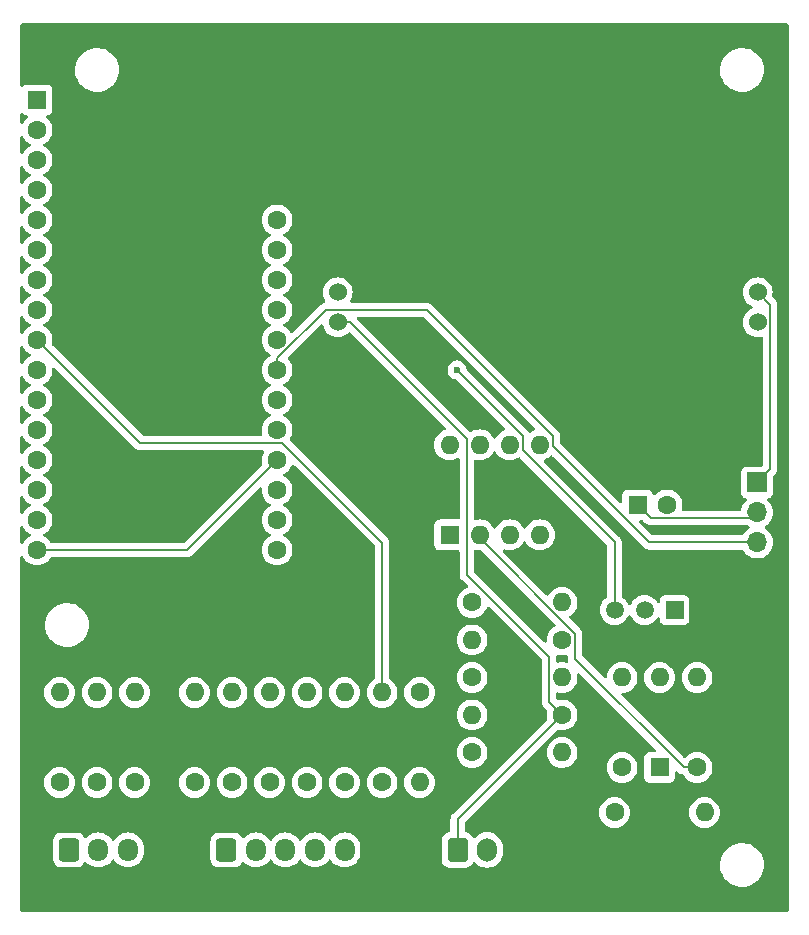
<source format=gbl>
G04 #@! TF.GenerationSoftware,KiCad,Pcbnew,7.0.1-3b83917a11~172~ubuntu20.04.1*
G04 #@! TF.CreationDate,2023-04-20T11:00:22+02:00*
G04 #@! TF.ProjectId,aware,61776172-652e-46b6-9963-61645f706362,rev?*
G04 #@! TF.SameCoordinates,Original*
G04 #@! TF.FileFunction,Copper,L2,Bot*
G04 #@! TF.FilePolarity,Positive*
%FSLAX46Y46*%
G04 Gerber Fmt 4.6, Leading zero omitted, Abs format (unit mm)*
G04 Created by KiCad (PCBNEW 7.0.1-3b83917a11~172~ubuntu20.04.1) date 2023-04-20 11:00:22*
%MOMM*%
%LPD*%
G01*
G04 APERTURE LIST*
G04 Aperture macros list*
%AMRoundRect*
0 Rectangle with rounded corners*
0 $1 Rounding radius*
0 $2 $3 $4 $5 $6 $7 $8 $9 X,Y pos of 4 corners*
0 Add a 4 corners polygon primitive as box body*
4,1,4,$2,$3,$4,$5,$6,$7,$8,$9,$2,$3,0*
0 Add four circle primitives for the rounded corners*
1,1,$1+$1,$2,$3*
1,1,$1+$1,$4,$5*
1,1,$1+$1,$6,$7*
1,1,$1+$1,$8,$9*
0 Add four rect primitives between the rounded corners*
20,1,$1+$1,$2,$3,$4,$5,0*
20,1,$1+$1,$4,$5,$6,$7,0*
20,1,$1+$1,$6,$7,$8,$9,0*
20,1,$1+$1,$8,$9,$2,$3,0*%
G04 Aperture macros list end*
G04 #@! TA.AperFunction,ComponentPad*
%ADD10C,1.600000*%
G04 #@! TD*
G04 #@! TA.AperFunction,ComponentPad*
%ADD11O,1.600000X1.600000*%
G04 #@! TD*
G04 #@! TA.AperFunction,ComponentPad*
%ADD12R,1.600000X1.600000*%
G04 #@! TD*
G04 #@! TA.AperFunction,ComponentPad*
%ADD13R,1.700000X1.700000*%
G04 #@! TD*
G04 #@! TA.AperFunction,ComponentPad*
%ADD14O,1.700000X1.700000*%
G04 #@! TD*
G04 #@! TA.AperFunction,ComponentPad*
%ADD15C,1.524000*%
G04 #@! TD*
G04 #@! TA.AperFunction,ComponentPad*
%ADD16RoundRect,0.250000X-0.600000X-0.750000X0.600000X-0.750000X0.600000X0.750000X-0.600000X0.750000X0*%
G04 #@! TD*
G04 #@! TA.AperFunction,ComponentPad*
%ADD17O,1.700000X2.000000*%
G04 #@! TD*
G04 #@! TA.AperFunction,ComponentPad*
%ADD18R,1.500000X1.500000*%
G04 #@! TD*
G04 #@! TA.AperFunction,ComponentPad*
%ADD19C,1.500000*%
G04 #@! TD*
G04 #@! TA.AperFunction,ComponentPad*
%ADD20RoundRect,0.250000X-0.600000X-0.725000X0.600000X-0.725000X0.600000X0.725000X-0.600000X0.725000X0*%
G04 #@! TD*
G04 #@! TA.AperFunction,ComponentPad*
%ADD21O,1.700000X1.950000*%
G04 #@! TD*
G04 #@! TA.AperFunction,ViaPad*
%ADD22C,0.600000*%
G04 #@! TD*
G04 #@! TA.AperFunction,Conductor*
%ADD23C,0.200000*%
G04 #@! TD*
G04 APERTURE END LIST*
D10*
X121920000Y-95885000D03*
D11*
X121920000Y-88265000D03*
D10*
X135890000Y-93345000D03*
D11*
X143510000Y-93345000D03*
D10*
X128270000Y-95885000D03*
D11*
X128270000Y-88265000D03*
D12*
X133995000Y-74920000D03*
D11*
X136535000Y-74920000D03*
X139075000Y-74920000D03*
X141615000Y-74920000D03*
X141615000Y-67300000D03*
X139075000Y-67300000D03*
X136535000Y-67300000D03*
X133995000Y-67300000D03*
D10*
X148590000Y-94615000D03*
D11*
X148590000Y-86995000D03*
D10*
X115570000Y-95885000D03*
D11*
X115570000Y-88265000D03*
D10*
X107315000Y-95885000D03*
D11*
X107315000Y-88265000D03*
D10*
X118745000Y-95885000D03*
D11*
X118745000Y-88265000D03*
D10*
X143510000Y-90170000D03*
D11*
X135890000Y-90170000D03*
D10*
X147955000Y-98425000D03*
D11*
X155575000Y-98425000D03*
D10*
X154940000Y-94615000D03*
D11*
X154940000Y-86995000D03*
D10*
X131445000Y-88265000D03*
D11*
X131445000Y-95885000D03*
D10*
X104140000Y-95885000D03*
D11*
X104140000Y-88265000D03*
D12*
X99060000Y-38100000D03*
D10*
X99060000Y-40640000D03*
X99060000Y-43180000D03*
X99060000Y-45720000D03*
X99060000Y-48260000D03*
X99060000Y-50800000D03*
X99060000Y-53340000D03*
X99060000Y-55880000D03*
X99060000Y-58420000D03*
X99060000Y-60960000D03*
X99060000Y-63500000D03*
X99060000Y-66040000D03*
X99060000Y-68580000D03*
X99060000Y-71120000D03*
X99060000Y-73660000D03*
X99060000Y-76200000D03*
X119380000Y-76200000D03*
X119380000Y-73660000D03*
X119380000Y-71120000D03*
X119380000Y-68580000D03*
X119380000Y-66040000D03*
X119380000Y-63500000D03*
X119380000Y-60960000D03*
X119380000Y-58420000D03*
X119380000Y-55880000D03*
X119380000Y-53340000D03*
X119380000Y-50800000D03*
X119380000Y-48260000D03*
X143510000Y-83820000D03*
D11*
X135890000Y-83820000D03*
D13*
X160020000Y-70485000D03*
D14*
X160020000Y-73025000D03*
X160020000Y-75565000D03*
D15*
X124510000Y-56925000D03*
X124510000Y-54385000D03*
X160070000Y-56925000D03*
X160070000Y-54385000D03*
D12*
X151765000Y-94615000D03*
D11*
X151765000Y-86995000D03*
D16*
X134660000Y-101600000D03*
D17*
X137160000Y-101600000D03*
D12*
X149900000Y-72390000D03*
D10*
X152400000Y-72390000D03*
X135890000Y-86995000D03*
D11*
X143510000Y-86995000D03*
D10*
X112395000Y-95885000D03*
D11*
X112395000Y-88265000D03*
D10*
X125095000Y-95885000D03*
D11*
X125095000Y-88265000D03*
D18*
X153035000Y-81280000D03*
D19*
X150495000Y-81280000D03*
X147955000Y-81280000D03*
D20*
X101760000Y-101600000D03*
D21*
X104260000Y-101600000D03*
X106760000Y-101600000D03*
D20*
X115095000Y-101600000D03*
D21*
X117595000Y-101600000D03*
X120095000Y-101600000D03*
X122595000Y-101600000D03*
X125095000Y-101600000D03*
D10*
X135890000Y-80645000D03*
D11*
X143510000Y-80645000D03*
D10*
X100965000Y-95885000D03*
D11*
X100965000Y-88265000D03*
D22*
X134620000Y-60960000D03*
D23*
X161132000Y-69373000D02*
X160020000Y-70485000D01*
X160070000Y-54385000D02*
X161132000Y-55447000D01*
X161132000Y-55447000D02*
X161132000Y-69373000D01*
X107780000Y-67140000D02*
X99060000Y-58420000D01*
X119835635Y-67140000D02*
X107780000Y-67140000D01*
X128270000Y-75574365D02*
X119835635Y-67140000D01*
X128270000Y-88265000D02*
X128270000Y-75574365D01*
X99060000Y-76200000D02*
X111760000Y-76200000D01*
X111760000Y-76200000D02*
X119380000Y-68580000D01*
X160020000Y-75565000D02*
X150875000Y-75565000D01*
X123492635Y-55863000D02*
X119380000Y-59975635D01*
X119380000Y-59975635D02*
X119380000Y-60960000D01*
X142715000Y-66515000D02*
X132063000Y-55863000D01*
X142715000Y-67405000D02*
X142715000Y-66515000D01*
X132063000Y-55863000D02*
X123492635Y-55863000D01*
X150875000Y-75565000D02*
X142715000Y-67405000D01*
X147955000Y-75535635D02*
X140175000Y-67755635D01*
X140175000Y-66515000D02*
X134620000Y-60960000D01*
X147955000Y-81280000D02*
X147955000Y-75535635D01*
X140175000Y-67755635D02*
X140175000Y-66515000D01*
X159555000Y-73490000D02*
X160020000Y-73025000D01*
X151000000Y-73490000D02*
X159555000Y-73490000D01*
X149900000Y-72390000D02*
X151000000Y-73490000D01*
X125587630Y-56925000D02*
X135435000Y-66772370D01*
X134660000Y-99020000D02*
X143510000Y-90170000D01*
X142410000Y-89070000D02*
X143510000Y-90170000D01*
X135435000Y-66772370D02*
X135435000Y-78285000D01*
X135435000Y-78285000D02*
X142410000Y-85260000D01*
X142410000Y-85260000D02*
X142410000Y-89070000D01*
X124510000Y-56925000D02*
X125587630Y-56925000D01*
X134660000Y-101600000D02*
X134660000Y-99020000D01*
X153808630Y-94615000D02*
X144610000Y-85416370D01*
X144610000Y-85416370D02*
X144610000Y-83300635D01*
X136535000Y-75225635D02*
X136535000Y-74920000D01*
X154940000Y-94615000D02*
X153808630Y-94615000D01*
X144610000Y-83300635D02*
X136535000Y-75225635D01*
G04 #@! TA.AperFunction,NonConductor*
G36*
X97831011Y-39187421D02*
G01*
X97878766Y-39225903D01*
X97902454Y-39257546D01*
X98017669Y-39343796D01*
X98152517Y-39394091D01*
X98187594Y-39397862D01*
X98243513Y-39418239D01*
X98283497Y-39462327D01*
X98298332Y-39519968D01*
X98284600Y-39577881D01*
X98245464Y-39622724D01*
X98220860Y-39639952D01*
X98059953Y-39800859D01*
X97929432Y-39987264D01*
X97891882Y-40067792D01*
X97848840Y-40118188D01*
X97785989Y-40139217D01*
X97721285Y-40124872D01*
X97673211Y-40079252D01*
X97655500Y-40015387D01*
X97655500Y-39300215D01*
X97670668Y-39240788D01*
X97712460Y-39195900D01*
X97770654Y-39176531D01*
X97831011Y-39187421D01*
G37*
G04 #@! TD.AperFunction*
G04 #@! TA.AperFunction,NonConductor*
G36*
X97848840Y-41161812D02*
G01*
X97891882Y-41212208D01*
X97929432Y-41292735D01*
X98059953Y-41479140D01*
X98220859Y-41640046D01*
X98407262Y-41770565D01*
X98407266Y-41770568D01*
X98465273Y-41797617D01*
X98517449Y-41843373D01*
X98536869Y-41909997D01*
X98517451Y-41976622D01*
X98465276Y-42022380D01*
X98407266Y-42049431D01*
X98220859Y-42179953D01*
X98059953Y-42340859D01*
X97929432Y-42527264D01*
X97891882Y-42607792D01*
X97848840Y-42658188D01*
X97785989Y-42679217D01*
X97721285Y-42664872D01*
X97673211Y-42619252D01*
X97655500Y-42555387D01*
X97655500Y-41264613D01*
X97673211Y-41200748D01*
X97721285Y-41155128D01*
X97785989Y-41140783D01*
X97848840Y-41161812D01*
G37*
G04 #@! TD.AperFunction*
G04 #@! TA.AperFunction,NonConductor*
G36*
X97848840Y-43701812D02*
G01*
X97891882Y-43752208D01*
X97929432Y-43832735D01*
X98059953Y-44019140D01*
X98220859Y-44180046D01*
X98407266Y-44310568D01*
X98465273Y-44337617D01*
X98517449Y-44383373D01*
X98536869Y-44449997D01*
X98517451Y-44516622D01*
X98465276Y-44562380D01*
X98407266Y-44589431D01*
X98220859Y-44719953D01*
X98059953Y-44880859D01*
X97929432Y-45067264D01*
X97891882Y-45147792D01*
X97848840Y-45198188D01*
X97785989Y-45219217D01*
X97721285Y-45204872D01*
X97673211Y-45159252D01*
X97655500Y-45095387D01*
X97655500Y-43804613D01*
X97673211Y-43740748D01*
X97721285Y-43695128D01*
X97785989Y-43680783D01*
X97848840Y-43701812D01*
G37*
G04 #@! TD.AperFunction*
G04 #@! TA.AperFunction,NonConductor*
G36*
X97848840Y-46241812D02*
G01*
X97891882Y-46292208D01*
X97929432Y-46372735D01*
X98059953Y-46559140D01*
X98220859Y-46720046D01*
X98407265Y-46850567D01*
X98407266Y-46850568D01*
X98465273Y-46877617D01*
X98517449Y-46923373D01*
X98536869Y-46989997D01*
X98517451Y-47056622D01*
X98465276Y-47102380D01*
X98407266Y-47129431D01*
X98220859Y-47259953D01*
X98059953Y-47420859D01*
X97929432Y-47607264D01*
X97891882Y-47687792D01*
X97848840Y-47738188D01*
X97785989Y-47759217D01*
X97721285Y-47744872D01*
X97673211Y-47699252D01*
X97655500Y-47635387D01*
X97655500Y-46344613D01*
X97673211Y-46280748D01*
X97721285Y-46235128D01*
X97785989Y-46220783D01*
X97848840Y-46241812D01*
G37*
G04 #@! TD.AperFunction*
G04 #@! TA.AperFunction,NonConductor*
G36*
X97848840Y-48781812D02*
G01*
X97891882Y-48832208D01*
X97929432Y-48912735D01*
X98059953Y-49099140D01*
X98220859Y-49260046D01*
X98407262Y-49390565D01*
X98407266Y-49390568D01*
X98465273Y-49417617D01*
X98517449Y-49463373D01*
X98536869Y-49529997D01*
X98517451Y-49596622D01*
X98465276Y-49642380D01*
X98407266Y-49669431D01*
X98220859Y-49799953D01*
X98059953Y-49960859D01*
X97929432Y-50147264D01*
X97891882Y-50227792D01*
X97848840Y-50278188D01*
X97785989Y-50299217D01*
X97721285Y-50284872D01*
X97673211Y-50239252D01*
X97655500Y-50175387D01*
X97655500Y-48884613D01*
X97673211Y-48820748D01*
X97721285Y-48775128D01*
X97785989Y-48760783D01*
X97848840Y-48781812D01*
G37*
G04 #@! TD.AperFunction*
G04 #@! TA.AperFunction,NonConductor*
G36*
X97848840Y-51321812D02*
G01*
X97891882Y-51372208D01*
X97929432Y-51452735D01*
X98059953Y-51639140D01*
X98220859Y-51800046D01*
X98407263Y-51930566D01*
X98407266Y-51930568D01*
X98465275Y-51957618D01*
X98517450Y-52003375D01*
X98536869Y-52070000D01*
X98517450Y-52136625D01*
X98465275Y-52182382D01*
X98407263Y-52209433D01*
X98220859Y-52339953D01*
X98059953Y-52500859D01*
X97929432Y-52687264D01*
X97891882Y-52767792D01*
X97848840Y-52818188D01*
X97785989Y-52839217D01*
X97721285Y-52824872D01*
X97673211Y-52779252D01*
X97655500Y-52715387D01*
X97655500Y-51424613D01*
X97673211Y-51360748D01*
X97721285Y-51315128D01*
X97785989Y-51300783D01*
X97848840Y-51321812D01*
G37*
G04 #@! TD.AperFunction*
G04 #@! TA.AperFunction,NonConductor*
G36*
X97848840Y-53861812D02*
G01*
X97891882Y-53912208D01*
X97929432Y-53992735D01*
X98059953Y-54179140D01*
X98220859Y-54340046D01*
X98285061Y-54385000D01*
X98407266Y-54470568D01*
X98465273Y-54497617D01*
X98517449Y-54543373D01*
X98536869Y-54609997D01*
X98517451Y-54676622D01*
X98465276Y-54722380D01*
X98407266Y-54749431D01*
X98220859Y-54879953D01*
X98059953Y-55040859D01*
X97929432Y-55227264D01*
X97891882Y-55307792D01*
X97848840Y-55358188D01*
X97785989Y-55379217D01*
X97721285Y-55364872D01*
X97673211Y-55319252D01*
X97655500Y-55255387D01*
X97655500Y-53964613D01*
X97673211Y-53900748D01*
X97721285Y-53855128D01*
X97785989Y-53840783D01*
X97848840Y-53861812D01*
G37*
G04 #@! TD.AperFunction*
G04 #@! TA.AperFunction,NonConductor*
G36*
X97848840Y-56401812D02*
G01*
X97891882Y-56452208D01*
X97929432Y-56532735D01*
X98059953Y-56719140D01*
X98220859Y-56880046D01*
X98285061Y-56925000D01*
X98407266Y-57010568D01*
X98465273Y-57037617D01*
X98517449Y-57083373D01*
X98536869Y-57149997D01*
X98517451Y-57216622D01*
X98465276Y-57262380D01*
X98407266Y-57289431D01*
X98220859Y-57419953D01*
X98059953Y-57580859D01*
X97929432Y-57767264D01*
X97891882Y-57847792D01*
X97848840Y-57898188D01*
X97785989Y-57919217D01*
X97721285Y-57904872D01*
X97673211Y-57859252D01*
X97655500Y-57795387D01*
X97655500Y-56504613D01*
X97673211Y-56440748D01*
X97721285Y-56395128D01*
X97785989Y-56380783D01*
X97848840Y-56401812D01*
G37*
G04 #@! TD.AperFunction*
G04 #@! TA.AperFunction,NonConductor*
G36*
X97848840Y-58941812D02*
G01*
X97891882Y-58992208D01*
X97929432Y-59072735D01*
X98059953Y-59259140D01*
X98220859Y-59420046D01*
X98407263Y-59550566D01*
X98407266Y-59550568D01*
X98449560Y-59570290D01*
X98465275Y-59577618D01*
X98517450Y-59623375D01*
X98536869Y-59690000D01*
X98517450Y-59756625D01*
X98465275Y-59802382D01*
X98407263Y-59829433D01*
X98220859Y-59959953D01*
X98059953Y-60120859D01*
X97929432Y-60307264D01*
X97891882Y-60387792D01*
X97848840Y-60438188D01*
X97785989Y-60459217D01*
X97721285Y-60444872D01*
X97673211Y-60399252D01*
X97655500Y-60335387D01*
X97655500Y-59044613D01*
X97673211Y-58980748D01*
X97721285Y-58935128D01*
X97785989Y-58920783D01*
X97848840Y-58941812D01*
G37*
G04 #@! TD.AperFunction*
G04 #@! TA.AperFunction,NonConductor*
G36*
X97848840Y-61481812D02*
G01*
X97891882Y-61532208D01*
X97929432Y-61612735D01*
X98059953Y-61799140D01*
X98220859Y-61960046D01*
X98407263Y-62090566D01*
X98407266Y-62090568D01*
X98465275Y-62117618D01*
X98517450Y-62163375D01*
X98536869Y-62230000D01*
X98517450Y-62296625D01*
X98465275Y-62342382D01*
X98407263Y-62369433D01*
X98220859Y-62499953D01*
X98059953Y-62660859D01*
X97929432Y-62847264D01*
X97891882Y-62927792D01*
X97848840Y-62978188D01*
X97785989Y-62999217D01*
X97721285Y-62984872D01*
X97673211Y-62939252D01*
X97655500Y-62875387D01*
X97655500Y-61584613D01*
X97673211Y-61520748D01*
X97721285Y-61475128D01*
X97785989Y-61460783D01*
X97848840Y-61481812D01*
G37*
G04 #@! TD.AperFunction*
G04 #@! TA.AperFunction,NonConductor*
G36*
X97848840Y-64021812D02*
G01*
X97891882Y-64072208D01*
X97929432Y-64152735D01*
X98059953Y-64339140D01*
X98220859Y-64500046D01*
X98407263Y-64630566D01*
X98407266Y-64630568D01*
X98465275Y-64657618D01*
X98517450Y-64703375D01*
X98536869Y-64770000D01*
X98517450Y-64836625D01*
X98465275Y-64882382D01*
X98407263Y-64909433D01*
X98220859Y-65039953D01*
X98059953Y-65200859D01*
X97929432Y-65387264D01*
X97891882Y-65467792D01*
X97848840Y-65518188D01*
X97785989Y-65539217D01*
X97721285Y-65524872D01*
X97673211Y-65479252D01*
X97655500Y-65415387D01*
X97655500Y-64124613D01*
X97673211Y-64060748D01*
X97721285Y-64015128D01*
X97785989Y-64000783D01*
X97848840Y-64021812D01*
G37*
G04 #@! TD.AperFunction*
G04 #@! TA.AperFunction,NonConductor*
G36*
X131810356Y-56472939D02*
G01*
X131850584Y-56499819D01*
X141218159Y-65867394D01*
X141250252Y-65922978D01*
X141250255Y-65987161D01*
X141218168Y-66042748D01*
X141177261Y-66066371D01*
X141178336Y-66068676D01*
X140962264Y-66169432D01*
X140867270Y-66235948D01*
X140808749Y-66257731D01*
X140747032Y-66248232D01*
X140697771Y-66209859D01*
X140680481Y-66187326D01*
X140603282Y-66086717D01*
X140578229Y-66067494D01*
X140566034Y-66056799D01*
X135450700Y-60941465D01*
X135426661Y-60907585D01*
X135415161Y-60867666D01*
X135405368Y-60780745D01*
X135345789Y-60610478D01*
X135249816Y-60457738D01*
X135249815Y-60457737D01*
X135249814Y-60457735D01*
X135122264Y-60330185D01*
X135059867Y-60290978D01*
X134969522Y-60234211D01*
X134799255Y-60174632D01*
X134799253Y-60174631D01*
X134799251Y-60174631D01*
X134620000Y-60154434D01*
X134440748Y-60174631D01*
X134440745Y-60174631D01*
X134440745Y-60174632D01*
X134270478Y-60234211D01*
X134270476Y-60234211D01*
X134270476Y-60234212D01*
X134117735Y-60330185D01*
X133990185Y-60457735D01*
X133894212Y-60610476D01*
X133834631Y-60780748D01*
X133814434Y-60960000D01*
X133834631Y-61139251D01*
X133834631Y-61139253D01*
X133834632Y-61139255D01*
X133894211Y-61309522D01*
X133894212Y-61309523D01*
X133990185Y-61462264D01*
X134117735Y-61589814D01*
X134117737Y-61589815D01*
X134117738Y-61589816D01*
X134270478Y-61685789D01*
X134440745Y-61745368D01*
X134527666Y-61755161D01*
X134567585Y-61766661D01*
X134601465Y-61790700D01*
X138678159Y-65867394D01*
X138710252Y-65922978D01*
X138710255Y-65987161D01*
X138678168Y-66042748D01*
X138637261Y-66066371D01*
X138638336Y-66068676D01*
X138422264Y-66169432D01*
X138235859Y-66299953D01*
X138074953Y-66460859D01*
X137944433Y-66647263D01*
X137917382Y-66705275D01*
X137871625Y-66757450D01*
X137805000Y-66776869D01*
X137738375Y-66757450D01*
X137692618Y-66705275D01*
X137665568Y-66647266D01*
X137665566Y-66647263D01*
X137535046Y-66460859D01*
X137374140Y-66299953D01*
X137187735Y-66169432D01*
X136981497Y-66073261D01*
X136761689Y-66014364D01*
X136535000Y-65994531D01*
X136308310Y-66014364D01*
X136088502Y-66073261D01*
X135882267Y-66169431D01*
X135849291Y-66192520D01*
X135796139Y-66213634D01*
X135739165Y-66208649D01*
X135690489Y-66178624D01*
X126187046Y-56675181D01*
X126156796Y-56625818D01*
X126152254Y-56568102D01*
X126174409Y-56514615D01*
X126218432Y-56477015D01*
X126274727Y-56463500D01*
X131762903Y-56463500D01*
X131810356Y-56472939D01*
G37*
G04 #@! TD.AperFunction*
G04 #@! TA.AperFunction,NonConductor*
G36*
X97848840Y-66561812D02*
G01*
X97891882Y-66612208D01*
X97929432Y-66692735D01*
X98059953Y-66879140D01*
X98220859Y-67040046D01*
X98381256Y-67152356D01*
X98407266Y-67170568D01*
X98465275Y-67197618D01*
X98517450Y-67243375D01*
X98536869Y-67310000D01*
X98517450Y-67376625D01*
X98465275Y-67422382D01*
X98407263Y-67449433D01*
X98220859Y-67579953D01*
X98059953Y-67740859D01*
X97929432Y-67927264D01*
X97891882Y-68007792D01*
X97848840Y-68058188D01*
X97785989Y-68079217D01*
X97721285Y-68064872D01*
X97673211Y-68019252D01*
X97655500Y-67955387D01*
X97655500Y-66664613D01*
X97673211Y-66600748D01*
X97721285Y-66555128D01*
X97785989Y-66540783D01*
X97848840Y-66561812D01*
G37*
G04 #@! TD.AperFunction*
G04 #@! TA.AperFunction,NonConductor*
G36*
X97848840Y-69101812D02*
G01*
X97891882Y-69152208D01*
X97929432Y-69232735D01*
X98059953Y-69419140D01*
X98220859Y-69580046D01*
X98357669Y-69675840D01*
X98407266Y-69710568D01*
X98465275Y-69737618D01*
X98517450Y-69783375D01*
X98536869Y-69850000D01*
X98517450Y-69916625D01*
X98465275Y-69962382D01*
X98407263Y-69989433D01*
X98220859Y-70119953D01*
X98059953Y-70280859D01*
X97929432Y-70467264D01*
X97891882Y-70547792D01*
X97848840Y-70598188D01*
X97785989Y-70619217D01*
X97721285Y-70604872D01*
X97673211Y-70559252D01*
X97655500Y-70495387D01*
X97655500Y-69204613D01*
X97673211Y-69140748D01*
X97721285Y-69095128D01*
X97785989Y-69080783D01*
X97848840Y-69101812D01*
G37*
G04 #@! TD.AperFunction*
G04 #@! TA.AperFunction,NonConductor*
G36*
X97848840Y-71641812D02*
G01*
X97891881Y-71692207D01*
X97900592Y-71710887D01*
X97929432Y-71772735D01*
X98059953Y-71959140D01*
X98220859Y-72120046D01*
X98331045Y-72197198D01*
X98407266Y-72250568D01*
X98465275Y-72277618D01*
X98517450Y-72323375D01*
X98536869Y-72390000D01*
X98517450Y-72456625D01*
X98465275Y-72502382D01*
X98407263Y-72529433D01*
X98220859Y-72659953D01*
X98059953Y-72820859D01*
X97929432Y-73007264D01*
X97891882Y-73087792D01*
X97848840Y-73138188D01*
X97785989Y-73159217D01*
X97721285Y-73144872D01*
X97673211Y-73099252D01*
X97655500Y-73035387D01*
X97655500Y-71744613D01*
X97673211Y-71680748D01*
X97721285Y-71635128D01*
X97785989Y-71620783D01*
X97848840Y-71641812D01*
G37*
G04 #@! TD.AperFunction*
G04 #@! TA.AperFunction,NonConductor*
G36*
X150347355Y-73699938D02*
G01*
X150387583Y-73726818D01*
X150541799Y-73881034D01*
X150552494Y-73893229D01*
X150571717Y-73918282D01*
X150691343Y-74010073D01*
X150691344Y-74010074D01*
X150697159Y-74014536D01*
X150843238Y-74075044D01*
X150968698Y-74091561D01*
X150999999Y-74095682D01*
X150999999Y-74095681D01*
X151000000Y-74095682D01*
X151031302Y-74091560D01*
X151047487Y-74090500D01*
X159148069Y-74090500D01*
X159185356Y-74096239D01*
X159219192Y-74112925D01*
X159334158Y-74193425D01*
X159373024Y-74237743D01*
X159387035Y-74295000D01*
X159373024Y-74352257D01*
X159334160Y-74396574D01*
X159187681Y-74499140D01*
X159148595Y-74526508D01*
X158981505Y-74693598D01*
X158845964Y-74887171D01*
X158843290Y-74892907D01*
X158797533Y-74945081D01*
X158730909Y-74964500D01*
X151175097Y-74964500D01*
X151127644Y-74955061D01*
X151087416Y-74928181D01*
X150061415Y-73902180D01*
X150031165Y-73852817D01*
X150026623Y-73795101D01*
X150048778Y-73741614D01*
X150092801Y-73704014D01*
X150149096Y-73690499D01*
X150299902Y-73690499D01*
X150347355Y-73699938D01*
G37*
G04 #@! TD.AperFunction*
G04 #@! TA.AperFunction,NonConductor*
G36*
X100518002Y-60747763D02*
G01*
X100569429Y-60778664D01*
X107321799Y-67531034D01*
X107332494Y-67543229D01*
X107351717Y-67568282D01*
X107470711Y-67659588D01*
X107475630Y-67663902D01*
X107477157Y-67664534D01*
X107477158Y-67664535D01*
X107477159Y-67664536D01*
X107623238Y-67725044D01*
X107701619Y-67735363D01*
X107779999Y-67745682D01*
X107779999Y-67745681D01*
X107780000Y-67745682D01*
X107811302Y-67741560D01*
X107827487Y-67740500D01*
X118142005Y-67740500D01*
X118206319Y-67758483D01*
X118251979Y-67807215D01*
X118265743Y-67872562D01*
X118250553Y-67915818D01*
X118254017Y-67917434D01*
X118249433Y-67927264D01*
X118249432Y-67927266D01*
X118237556Y-67952734D01*
X118153261Y-68133502D01*
X118094364Y-68353310D01*
X118074531Y-68579999D01*
X118094364Y-68806688D01*
X118120152Y-68902930D01*
X118120152Y-68967118D01*
X118088058Y-69022705D01*
X111547584Y-75563181D01*
X111507356Y-75590061D01*
X111459903Y-75599500D01*
X100291693Y-75599500D01*
X100234436Y-75585489D01*
X100190118Y-75546623D01*
X100060046Y-75360859D01*
X99899140Y-75199953D01*
X99712732Y-75069430D01*
X99654724Y-75042380D01*
X99602549Y-74996623D01*
X99583130Y-74929997D01*
X99602550Y-74863373D01*
X99654721Y-74817619D01*
X99712734Y-74790568D01*
X99899139Y-74660047D01*
X100060047Y-74499139D01*
X100190568Y-74312734D01*
X100286739Y-74106496D01*
X100345635Y-73886692D01*
X100365468Y-73660000D01*
X100345635Y-73433308D01*
X100286739Y-73213504D01*
X100190568Y-73007266D01*
X100108108Y-72889500D01*
X100060046Y-72820859D01*
X99899140Y-72659953D01*
X99712733Y-72529431D01*
X99654725Y-72502382D01*
X99602549Y-72456625D01*
X99583129Y-72390000D01*
X99602549Y-72323375D01*
X99654725Y-72277618D01*
X99685267Y-72263376D01*
X99712734Y-72250568D01*
X99899139Y-72120047D01*
X100060047Y-71959139D01*
X100190568Y-71772734D01*
X100286739Y-71566496D01*
X100345635Y-71346692D01*
X100365468Y-71120000D01*
X100345635Y-70893308D01*
X100286739Y-70673504D01*
X100190568Y-70467266D01*
X100060047Y-70280861D01*
X100060046Y-70280859D01*
X99899140Y-70119953D01*
X99712733Y-69989431D01*
X99654725Y-69962382D01*
X99602549Y-69916625D01*
X99583129Y-69850000D01*
X99602549Y-69783375D01*
X99654725Y-69737618D01*
X99712734Y-69710568D01*
X99899139Y-69580047D01*
X100060047Y-69419139D01*
X100190568Y-69232734D01*
X100286739Y-69026496D01*
X100345635Y-68806692D01*
X100365468Y-68580000D01*
X100345635Y-68353308D01*
X100286739Y-68133504D01*
X100190568Y-67927266D01*
X100152264Y-67872562D01*
X100060046Y-67740859D01*
X99899140Y-67579953D01*
X99712733Y-67449431D01*
X99654725Y-67422382D01*
X99602549Y-67376625D01*
X99583129Y-67310000D01*
X99602549Y-67243375D01*
X99654725Y-67197618D01*
X99712734Y-67170568D01*
X99899139Y-67040047D01*
X100060047Y-66879139D01*
X100190568Y-66692734D01*
X100286739Y-66486496D01*
X100345635Y-66266692D01*
X100365468Y-66040000D01*
X100345635Y-65813308D01*
X100286739Y-65593504D01*
X100190568Y-65387266D01*
X100060047Y-65200861D01*
X100060046Y-65200859D01*
X99899140Y-65039953D01*
X99712733Y-64909431D01*
X99654725Y-64882382D01*
X99602549Y-64836625D01*
X99583129Y-64770000D01*
X99602549Y-64703375D01*
X99654725Y-64657618D01*
X99712734Y-64630568D01*
X99899139Y-64500047D01*
X100060047Y-64339139D01*
X100190568Y-64152734D01*
X100286739Y-63946496D01*
X100345635Y-63726692D01*
X100365468Y-63500000D01*
X100345635Y-63273308D01*
X100286739Y-63053504D01*
X100190568Y-62847266D01*
X100060047Y-62660861D01*
X100060046Y-62660859D01*
X99899140Y-62499953D01*
X99712733Y-62369431D01*
X99654725Y-62342382D01*
X99602549Y-62296625D01*
X99583129Y-62230000D01*
X99602549Y-62163375D01*
X99654725Y-62117618D01*
X99712734Y-62090568D01*
X99899139Y-61960047D01*
X100060047Y-61799139D01*
X100190568Y-61612734D01*
X100286739Y-61406496D01*
X100345635Y-61186692D01*
X100365468Y-60960000D01*
X100358219Y-60877153D01*
X100367605Y-60817895D01*
X100403712Y-60769979D01*
X100458088Y-60744623D01*
X100518002Y-60747763D01*
G37*
G04 #@! TD.AperFunction*
G04 #@! TA.AperFunction,NonConductor*
G36*
X97848840Y-74181812D02*
G01*
X97891881Y-74232207D01*
X97894463Y-74237743D01*
X97929432Y-74312735D01*
X98059953Y-74499140D01*
X98220859Y-74660046D01*
X98407262Y-74790565D01*
X98407266Y-74790568D01*
X98465273Y-74817617D01*
X98517449Y-74863373D01*
X98536869Y-74929997D01*
X98517451Y-74996622D01*
X98465276Y-75042380D01*
X98407266Y-75069431D01*
X98220859Y-75199953D01*
X98059953Y-75360859D01*
X97929432Y-75547264D01*
X97891882Y-75627792D01*
X97848840Y-75678188D01*
X97785989Y-75699217D01*
X97721285Y-75684872D01*
X97673211Y-75639252D01*
X97655500Y-75575387D01*
X97655500Y-74284613D01*
X97673211Y-74220748D01*
X97721285Y-74175128D01*
X97785989Y-74160783D01*
X97848840Y-74181812D01*
G37*
G04 #@! TD.AperFunction*
G04 #@! TA.AperFunction,NonConductor*
G36*
X136191593Y-76174362D02*
G01*
X136308308Y-76205635D01*
X136534998Y-76225468D01*
X136534998Y-76225467D01*
X136535000Y-76225468D01*
X136615881Y-76218391D01*
X136669097Y-76225397D01*
X136714368Y-76254238D01*
X142931385Y-82471255D01*
X142961965Y-82521648D01*
X142965820Y-82580467D01*
X142942081Y-82634421D01*
X142896111Y-82671317D01*
X142857266Y-82689431D01*
X142670859Y-82819953D01*
X142509953Y-82980859D01*
X142379432Y-83167264D01*
X142283261Y-83373502D01*
X142224364Y-83593310D01*
X142204531Y-83820000D01*
X142211779Y-83902848D01*
X142202393Y-83962105D01*
X142166286Y-84010020D01*
X142111911Y-84035376D01*
X142051997Y-84032236D01*
X142000570Y-84001335D01*
X136071819Y-78072584D01*
X136044939Y-78032356D01*
X136035500Y-77984903D01*
X136035500Y-76294137D01*
X136048288Y-76239293D01*
X136084013Y-76195761D01*
X136135309Y-76172520D01*
X136191593Y-76174362D01*
G37*
G04 #@! TD.AperFunction*
G04 #@! TA.AperFunction,NonConductor*
G36*
X143960987Y-85095761D02*
G01*
X143996712Y-85139293D01*
X144009500Y-85194137D01*
X144009500Y-85368883D01*
X144008439Y-85385069D01*
X144004317Y-85416370D01*
X144009500Y-85455730D01*
X144009500Y-85455731D01*
X144024956Y-85573132D01*
X144028194Y-85580949D01*
X144035977Y-85648600D01*
X144006861Y-85710160D01*
X143949628Y-85747062D01*
X143881540Y-85748176D01*
X143736691Y-85709364D01*
X143509999Y-85689531D01*
X143283308Y-85709364D01*
X143166593Y-85740638D01*
X143110309Y-85742480D01*
X143059013Y-85719239D01*
X143023288Y-85675707D01*
X143010500Y-85620863D01*
X143010500Y-85307487D01*
X143011561Y-85291301D01*
X143015682Y-85260000D01*
X143009053Y-85209648D01*
X143015940Y-85149785D01*
X143050233Y-85100236D01*
X143103835Y-85072703D01*
X143164083Y-85073688D01*
X143283308Y-85105635D01*
X143404901Y-85116273D01*
X143509999Y-85125468D01*
X143509999Y-85125467D01*
X143510000Y-85125468D01*
X143736692Y-85105635D01*
X143775961Y-85095112D01*
X143853407Y-85074362D01*
X143909691Y-85072520D01*
X143960987Y-85095761D01*
G37*
G04 #@! TD.AperFunction*
G04 #@! TA.AperFunction,NonConductor*
G36*
X162632500Y-31632113D02*
G01*
X162677887Y-31677500D01*
X162694500Y-31739500D01*
X162694500Y-106690500D01*
X162677887Y-106752500D01*
X162632500Y-106797887D01*
X162570500Y-106814500D01*
X97779500Y-106814500D01*
X97717500Y-106797887D01*
X97672113Y-106752500D01*
X97655500Y-106690500D01*
X97655500Y-102375008D01*
X100409500Y-102375008D01*
X100420000Y-102477796D01*
X100475186Y-102644334D01*
X100567288Y-102793657D01*
X100691342Y-102917711D01*
X100723855Y-102937765D01*
X100840666Y-103009814D01*
X100952017Y-103046712D01*
X101007202Y-103064999D01*
X101017702Y-103066071D01*
X101109991Y-103075500D01*
X102410008Y-103075499D01*
X102512797Y-103064999D01*
X102679334Y-103009814D01*
X102828656Y-102917712D01*
X102952712Y-102793656D01*
X103044814Y-102644334D01*
X103044814Y-102644331D01*
X103048178Y-102638879D01*
X103087091Y-102599395D01*
X103139321Y-102580814D01*
X103194428Y-102586849D01*
X103241398Y-102616294D01*
X103388599Y-102763495D01*
X103582170Y-102899035D01*
X103796337Y-102998903D01*
X104024592Y-103060063D01*
X104260000Y-103080659D01*
X104495408Y-103060063D01*
X104723663Y-102998903D01*
X104937829Y-102899035D01*
X105131401Y-102763495D01*
X105298495Y-102596401D01*
X105408426Y-102439401D01*
X105452743Y-102400537D01*
X105510000Y-102386526D01*
X105567257Y-102400537D01*
X105611573Y-102439401D01*
X105721505Y-102596401D01*
X105888599Y-102763495D01*
X106082170Y-102899035D01*
X106296337Y-102998903D01*
X106524592Y-103060063D01*
X106760000Y-103080659D01*
X106995408Y-103060063D01*
X107223663Y-102998903D01*
X107437829Y-102899035D01*
X107631401Y-102763495D01*
X107798495Y-102596401D01*
X107934035Y-102402829D01*
X107947008Y-102375008D01*
X113744500Y-102375008D01*
X113755000Y-102477796D01*
X113810186Y-102644334D01*
X113902288Y-102793657D01*
X114026342Y-102917711D01*
X114058855Y-102937765D01*
X114175666Y-103009814D01*
X114287017Y-103046712D01*
X114342202Y-103064999D01*
X114352702Y-103066071D01*
X114444991Y-103075500D01*
X115745008Y-103075499D01*
X115847797Y-103064999D01*
X116014334Y-103009814D01*
X116163656Y-102917712D01*
X116287712Y-102793656D01*
X116379814Y-102644334D01*
X116379814Y-102644331D01*
X116383178Y-102638879D01*
X116422091Y-102599395D01*
X116474321Y-102580814D01*
X116529428Y-102586849D01*
X116576398Y-102616294D01*
X116723599Y-102763495D01*
X116917170Y-102899035D01*
X117131337Y-102998903D01*
X117359592Y-103060063D01*
X117595000Y-103080659D01*
X117830408Y-103060063D01*
X118058663Y-102998903D01*
X118272829Y-102899035D01*
X118466401Y-102763495D01*
X118633495Y-102596401D01*
X118743426Y-102439401D01*
X118787743Y-102400537D01*
X118845000Y-102386526D01*
X118902257Y-102400537D01*
X118946573Y-102439401D01*
X119056505Y-102596401D01*
X119223599Y-102763495D01*
X119417170Y-102899035D01*
X119631337Y-102998903D01*
X119859592Y-103060063D01*
X120095000Y-103080659D01*
X120330408Y-103060063D01*
X120558663Y-102998903D01*
X120772829Y-102899035D01*
X120966401Y-102763495D01*
X121133495Y-102596401D01*
X121243426Y-102439401D01*
X121287743Y-102400537D01*
X121345000Y-102386526D01*
X121402257Y-102400537D01*
X121446573Y-102439401D01*
X121556505Y-102596401D01*
X121723599Y-102763495D01*
X121917170Y-102899035D01*
X122131337Y-102998903D01*
X122359592Y-103060063D01*
X122595000Y-103080659D01*
X122830408Y-103060063D01*
X123058663Y-102998903D01*
X123272829Y-102899035D01*
X123466401Y-102763495D01*
X123633495Y-102596401D01*
X123743426Y-102439401D01*
X123787743Y-102400537D01*
X123845000Y-102386526D01*
X123902257Y-102400537D01*
X123946573Y-102439401D01*
X124056505Y-102596401D01*
X124223599Y-102763495D01*
X124417170Y-102899035D01*
X124631337Y-102998903D01*
X124859592Y-103060063D01*
X125095000Y-103080659D01*
X125330408Y-103060063D01*
X125558663Y-102998903D01*
X125772829Y-102899035D01*
X125966401Y-102763495D01*
X126133495Y-102596401D01*
X126269035Y-102402829D01*
X126368903Y-102188663D01*
X126430063Y-101960408D01*
X126445500Y-101783966D01*
X126445500Y-101416034D01*
X126430063Y-101239592D01*
X126368903Y-101011337D01*
X126269035Y-100797171D01*
X126133495Y-100603599D01*
X125966401Y-100436505D01*
X125772830Y-100300965D01*
X125558663Y-100201097D01*
X125465361Y-100176097D01*
X125330407Y-100139936D01*
X125095000Y-100119340D01*
X124859592Y-100139936D01*
X124631336Y-100201097D01*
X124417170Y-100300965D01*
X124223598Y-100436505D01*
X124056508Y-100603595D01*
X123946574Y-100760597D01*
X123902255Y-100799463D01*
X123844998Y-100813473D01*
X123787742Y-100799462D01*
X123743426Y-100760598D01*
X123633495Y-100603599D01*
X123466401Y-100436505D01*
X123272830Y-100300965D01*
X123058663Y-100201097D01*
X122965361Y-100176097D01*
X122830407Y-100139936D01*
X122595000Y-100119340D01*
X122359592Y-100139936D01*
X122131336Y-100201097D01*
X121917170Y-100300965D01*
X121723598Y-100436505D01*
X121556508Y-100603595D01*
X121446574Y-100760597D01*
X121402255Y-100799463D01*
X121344998Y-100813473D01*
X121287742Y-100799462D01*
X121243426Y-100760598D01*
X121133495Y-100603599D01*
X120966401Y-100436505D01*
X120772830Y-100300965D01*
X120558663Y-100201097D01*
X120465361Y-100176097D01*
X120330407Y-100139936D01*
X120095000Y-100119340D01*
X119859592Y-100139936D01*
X119631336Y-100201097D01*
X119417170Y-100300965D01*
X119223598Y-100436505D01*
X119056508Y-100603595D01*
X118946574Y-100760597D01*
X118902255Y-100799463D01*
X118844998Y-100813473D01*
X118787742Y-100799462D01*
X118743426Y-100760598D01*
X118633495Y-100603599D01*
X118466401Y-100436505D01*
X118272830Y-100300965D01*
X118058663Y-100201097D01*
X117965361Y-100176097D01*
X117830407Y-100139936D01*
X117595000Y-100119340D01*
X117359592Y-100139936D01*
X117131336Y-100201097D01*
X116917170Y-100300965D01*
X116723601Y-100436503D01*
X116576398Y-100583706D01*
X116529428Y-100613151D01*
X116474321Y-100619185D01*
X116422091Y-100600604D01*
X116383178Y-100561120D01*
X116287711Y-100406342D01*
X116163657Y-100282288D01*
X116014334Y-100190186D01*
X115847797Y-100135000D01*
X115745009Y-100124500D01*
X114444991Y-100124500D01*
X114342203Y-100135000D01*
X114175665Y-100190186D01*
X114026342Y-100282288D01*
X113902288Y-100406342D01*
X113810186Y-100555665D01*
X113755000Y-100722202D01*
X113744500Y-100824990D01*
X113744500Y-102375008D01*
X107947008Y-102375008D01*
X108033903Y-102188663D01*
X108095063Y-101960408D01*
X108110500Y-101783966D01*
X108110500Y-101416034D01*
X108095063Y-101239592D01*
X108033903Y-101011337D01*
X107934035Y-100797171D01*
X107798495Y-100603599D01*
X107631401Y-100436505D01*
X107437830Y-100300965D01*
X107223663Y-100201097D01*
X107130361Y-100176097D01*
X106995407Y-100139936D01*
X106760000Y-100119340D01*
X106524592Y-100139936D01*
X106296336Y-100201097D01*
X106082170Y-100300965D01*
X105888598Y-100436505D01*
X105721508Y-100603595D01*
X105611574Y-100760597D01*
X105567255Y-100799463D01*
X105509998Y-100813473D01*
X105452742Y-100799462D01*
X105408426Y-100760598D01*
X105298495Y-100603599D01*
X105131401Y-100436505D01*
X104937830Y-100300965D01*
X104723663Y-100201097D01*
X104630361Y-100176097D01*
X104495407Y-100139936D01*
X104260000Y-100119340D01*
X104024592Y-100139936D01*
X103796336Y-100201097D01*
X103582170Y-100300965D01*
X103388601Y-100436503D01*
X103241398Y-100583706D01*
X103194428Y-100613151D01*
X103139321Y-100619185D01*
X103087091Y-100600604D01*
X103048178Y-100561120D01*
X102952711Y-100406342D01*
X102828657Y-100282288D01*
X102679334Y-100190186D01*
X102512797Y-100135000D01*
X102410009Y-100124500D01*
X101109991Y-100124500D01*
X101007203Y-100135000D01*
X100840665Y-100190186D01*
X100691342Y-100282288D01*
X100567288Y-100406342D01*
X100475186Y-100555665D01*
X100420000Y-100722202D01*
X100409500Y-100824990D01*
X100409500Y-102375008D01*
X97655500Y-102375008D01*
X97655500Y-95885000D01*
X99659531Y-95885000D01*
X99679364Y-96111689D01*
X99738261Y-96331497D01*
X99834432Y-96537735D01*
X99964953Y-96724140D01*
X100125859Y-96885046D01*
X100312264Y-97015567D01*
X100312265Y-97015567D01*
X100312266Y-97015568D01*
X100518504Y-97111739D01*
X100738308Y-97170635D01*
X100965000Y-97190468D01*
X101191692Y-97170635D01*
X101411496Y-97111739D01*
X101617734Y-97015568D01*
X101804139Y-96885047D01*
X101965047Y-96724139D01*
X102095568Y-96537734D01*
X102191739Y-96331496D01*
X102250635Y-96111692D01*
X102270468Y-95885000D01*
X102834531Y-95885000D01*
X102854364Y-96111689D01*
X102913261Y-96331497D01*
X103009432Y-96537735D01*
X103139953Y-96724140D01*
X103300859Y-96885046D01*
X103487264Y-97015567D01*
X103487265Y-97015567D01*
X103487266Y-97015568D01*
X103693504Y-97111739D01*
X103913308Y-97170635D01*
X104140000Y-97190468D01*
X104366692Y-97170635D01*
X104586496Y-97111739D01*
X104792734Y-97015568D01*
X104979139Y-96885047D01*
X105140047Y-96724139D01*
X105270568Y-96537734D01*
X105366739Y-96331496D01*
X105425635Y-96111692D01*
X105445468Y-95885000D01*
X106009531Y-95885000D01*
X106029364Y-96111689D01*
X106088261Y-96331497D01*
X106184432Y-96537735D01*
X106314953Y-96724140D01*
X106475859Y-96885046D01*
X106662264Y-97015567D01*
X106662265Y-97015567D01*
X106662266Y-97015568D01*
X106868504Y-97111739D01*
X107088308Y-97170635D01*
X107315000Y-97190468D01*
X107541692Y-97170635D01*
X107761496Y-97111739D01*
X107967734Y-97015568D01*
X108154139Y-96885047D01*
X108315047Y-96724139D01*
X108445568Y-96537734D01*
X108541739Y-96331496D01*
X108600635Y-96111692D01*
X108620468Y-95885000D01*
X111089531Y-95885000D01*
X111109364Y-96111689D01*
X111168261Y-96331497D01*
X111264432Y-96537735D01*
X111394953Y-96724140D01*
X111555859Y-96885046D01*
X111742264Y-97015567D01*
X111742265Y-97015567D01*
X111742266Y-97015568D01*
X111948504Y-97111739D01*
X112168308Y-97170635D01*
X112395000Y-97190468D01*
X112621692Y-97170635D01*
X112841496Y-97111739D01*
X113047734Y-97015568D01*
X113234139Y-96885047D01*
X113395047Y-96724139D01*
X113525568Y-96537734D01*
X113621739Y-96331496D01*
X113680635Y-96111692D01*
X113700468Y-95885000D01*
X114264531Y-95885000D01*
X114284364Y-96111689D01*
X114343261Y-96331497D01*
X114439432Y-96537735D01*
X114569953Y-96724140D01*
X114730859Y-96885046D01*
X114917264Y-97015567D01*
X114917265Y-97015567D01*
X114917266Y-97015568D01*
X115123504Y-97111739D01*
X115343308Y-97170635D01*
X115570000Y-97190468D01*
X115796692Y-97170635D01*
X116016496Y-97111739D01*
X116222734Y-97015568D01*
X116409139Y-96885047D01*
X116570047Y-96724139D01*
X116700568Y-96537734D01*
X116796739Y-96331496D01*
X116855635Y-96111692D01*
X116875468Y-95885000D01*
X117439531Y-95885000D01*
X117459364Y-96111689D01*
X117518261Y-96331497D01*
X117614432Y-96537735D01*
X117744953Y-96724140D01*
X117905859Y-96885046D01*
X118092264Y-97015567D01*
X118092265Y-97015567D01*
X118092266Y-97015568D01*
X118298504Y-97111739D01*
X118518308Y-97170635D01*
X118745000Y-97190468D01*
X118971692Y-97170635D01*
X119191496Y-97111739D01*
X119397734Y-97015568D01*
X119584139Y-96885047D01*
X119745047Y-96724139D01*
X119875568Y-96537734D01*
X119971739Y-96331496D01*
X120030635Y-96111692D01*
X120050468Y-95885000D01*
X120614531Y-95885000D01*
X120634364Y-96111689D01*
X120693261Y-96331497D01*
X120789432Y-96537735D01*
X120919953Y-96724140D01*
X121080859Y-96885046D01*
X121267264Y-97015567D01*
X121267265Y-97015567D01*
X121267266Y-97015568D01*
X121473504Y-97111739D01*
X121693308Y-97170635D01*
X121920000Y-97190468D01*
X122146692Y-97170635D01*
X122366496Y-97111739D01*
X122572734Y-97015568D01*
X122759139Y-96885047D01*
X122920047Y-96724139D01*
X123050568Y-96537734D01*
X123146739Y-96331496D01*
X123205635Y-96111692D01*
X123225468Y-95885000D01*
X123789531Y-95885000D01*
X123809364Y-96111689D01*
X123868261Y-96331497D01*
X123964432Y-96537735D01*
X124094953Y-96724140D01*
X124255859Y-96885046D01*
X124442264Y-97015567D01*
X124442265Y-97015567D01*
X124442266Y-97015568D01*
X124648504Y-97111739D01*
X124868308Y-97170635D01*
X125095000Y-97190468D01*
X125321692Y-97170635D01*
X125541496Y-97111739D01*
X125747734Y-97015568D01*
X125934139Y-96885047D01*
X126095047Y-96724139D01*
X126225568Y-96537734D01*
X126321739Y-96331496D01*
X126380635Y-96111692D01*
X126400468Y-95885000D01*
X126964531Y-95885000D01*
X126984364Y-96111689D01*
X127043261Y-96331497D01*
X127139432Y-96537735D01*
X127269953Y-96724140D01*
X127430859Y-96885046D01*
X127617264Y-97015567D01*
X127617265Y-97015567D01*
X127617266Y-97015568D01*
X127823504Y-97111739D01*
X128043308Y-97170635D01*
X128270000Y-97190468D01*
X128496692Y-97170635D01*
X128716496Y-97111739D01*
X128922734Y-97015568D01*
X129109139Y-96885047D01*
X129270047Y-96724139D01*
X129400568Y-96537734D01*
X129496739Y-96331496D01*
X129555635Y-96111692D01*
X129575468Y-95885000D01*
X130139531Y-95885000D01*
X130159364Y-96111689D01*
X130218261Y-96331497D01*
X130314432Y-96537735D01*
X130444953Y-96724140D01*
X130605859Y-96885046D01*
X130792264Y-97015567D01*
X130792265Y-97015567D01*
X130792266Y-97015568D01*
X130998504Y-97111739D01*
X131218308Y-97170635D01*
X131445000Y-97190468D01*
X131671692Y-97170635D01*
X131891496Y-97111739D01*
X132097734Y-97015568D01*
X132284139Y-96885047D01*
X132445047Y-96724139D01*
X132575568Y-96537734D01*
X132671739Y-96331496D01*
X132730635Y-96111692D01*
X132750468Y-95885000D01*
X132730635Y-95658308D01*
X132671739Y-95438504D01*
X132575568Y-95232266D01*
X132571060Y-95225828D01*
X132445046Y-95045859D01*
X132284140Y-94884953D01*
X132097735Y-94754432D01*
X131891497Y-94658261D01*
X131671689Y-94599364D01*
X131445000Y-94579531D01*
X131218310Y-94599364D01*
X130998502Y-94658261D01*
X130792264Y-94754432D01*
X130605859Y-94884953D01*
X130444953Y-95045859D01*
X130314432Y-95232264D01*
X130218261Y-95438502D01*
X130159364Y-95658310D01*
X130139531Y-95885000D01*
X129575468Y-95885000D01*
X129555635Y-95658308D01*
X129496739Y-95438504D01*
X129400568Y-95232266D01*
X129396060Y-95225828D01*
X129270046Y-95045859D01*
X129109140Y-94884953D01*
X128922735Y-94754432D01*
X128716497Y-94658261D01*
X128496689Y-94599364D01*
X128270000Y-94579531D01*
X128043310Y-94599364D01*
X127823502Y-94658261D01*
X127617264Y-94754432D01*
X127430859Y-94884953D01*
X127269953Y-95045859D01*
X127139432Y-95232264D01*
X127043261Y-95438502D01*
X126984364Y-95658310D01*
X126964531Y-95885000D01*
X126400468Y-95885000D01*
X126380635Y-95658308D01*
X126321739Y-95438504D01*
X126225568Y-95232266D01*
X126221060Y-95225828D01*
X126095046Y-95045859D01*
X125934140Y-94884953D01*
X125747735Y-94754432D01*
X125541497Y-94658261D01*
X125321689Y-94599364D01*
X125095000Y-94579531D01*
X124868310Y-94599364D01*
X124648502Y-94658261D01*
X124442264Y-94754432D01*
X124255859Y-94884953D01*
X124094953Y-95045859D01*
X123964432Y-95232264D01*
X123868261Y-95438502D01*
X123809364Y-95658310D01*
X123789531Y-95885000D01*
X123225468Y-95885000D01*
X123205635Y-95658308D01*
X123146739Y-95438504D01*
X123050568Y-95232266D01*
X123046060Y-95225828D01*
X122920046Y-95045859D01*
X122759140Y-94884953D01*
X122572735Y-94754432D01*
X122366497Y-94658261D01*
X122146689Y-94599364D01*
X121920000Y-94579531D01*
X121693310Y-94599364D01*
X121473502Y-94658261D01*
X121267264Y-94754432D01*
X121080859Y-94884953D01*
X120919953Y-95045859D01*
X120789432Y-95232264D01*
X120693261Y-95438502D01*
X120634364Y-95658310D01*
X120614531Y-95885000D01*
X120050468Y-95885000D01*
X120030635Y-95658308D01*
X119971739Y-95438504D01*
X119875568Y-95232266D01*
X119871060Y-95225828D01*
X119745046Y-95045859D01*
X119584140Y-94884953D01*
X119397735Y-94754432D01*
X119191497Y-94658261D01*
X118971689Y-94599364D01*
X118745000Y-94579531D01*
X118518310Y-94599364D01*
X118298502Y-94658261D01*
X118092264Y-94754432D01*
X117905859Y-94884953D01*
X117744953Y-95045859D01*
X117614432Y-95232264D01*
X117518261Y-95438502D01*
X117459364Y-95658310D01*
X117439531Y-95885000D01*
X116875468Y-95885000D01*
X116855635Y-95658308D01*
X116796739Y-95438504D01*
X116700568Y-95232266D01*
X116696060Y-95225828D01*
X116570046Y-95045859D01*
X116409140Y-94884953D01*
X116222735Y-94754432D01*
X116016497Y-94658261D01*
X115796689Y-94599364D01*
X115570000Y-94579531D01*
X115343310Y-94599364D01*
X115123502Y-94658261D01*
X114917264Y-94754432D01*
X114730859Y-94884953D01*
X114569953Y-95045859D01*
X114439432Y-95232264D01*
X114343261Y-95438502D01*
X114284364Y-95658310D01*
X114264531Y-95885000D01*
X113700468Y-95885000D01*
X113680635Y-95658308D01*
X113621739Y-95438504D01*
X113525568Y-95232266D01*
X113521060Y-95225828D01*
X113395046Y-95045859D01*
X113234140Y-94884953D01*
X113047735Y-94754432D01*
X112841497Y-94658261D01*
X112621689Y-94599364D01*
X112395000Y-94579531D01*
X112168310Y-94599364D01*
X111948502Y-94658261D01*
X111742264Y-94754432D01*
X111555859Y-94884953D01*
X111394953Y-95045859D01*
X111264432Y-95232264D01*
X111168261Y-95438502D01*
X111109364Y-95658310D01*
X111089531Y-95885000D01*
X108620468Y-95885000D01*
X108600635Y-95658308D01*
X108541739Y-95438504D01*
X108445568Y-95232266D01*
X108441060Y-95225828D01*
X108315046Y-95045859D01*
X108154140Y-94884953D01*
X107967735Y-94754432D01*
X107761497Y-94658261D01*
X107541689Y-94599364D01*
X107315000Y-94579531D01*
X107088310Y-94599364D01*
X106868502Y-94658261D01*
X106662264Y-94754432D01*
X106475859Y-94884953D01*
X106314953Y-95045859D01*
X106184432Y-95232264D01*
X106088261Y-95438502D01*
X106029364Y-95658310D01*
X106009531Y-95885000D01*
X105445468Y-95885000D01*
X105425635Y-95658308D01*
X105366739Y-95438504D01*
X105270568Y-95232266D01*
X105266060Y-95225828D01*
X105140046Y-95045859D01*
X104979140Y-94884953D01*
X104792735Y-94754432D01*
X104586497Y-94658261D01*
X104366689Y-94599364D01*
X104140000Y-94579531D01*
X103913310Y-94599364D01*
X103693502Y-94658261D01*
X103487264Y-94754432D01*
X103300859Y-94884953D01*
X103139953Y-95045859D01*
X103009432Y-95232264D01*
X102913261Y-95438502D01*
X102854364Y-95658310D01*
X102834531Y-95885000D01*
X102270468Y-95885000D01*
X102250635Y-95658308D01*
X102191739Y-95438504D01*
X102095568Y-95232266D01*
X102091060Y-95225828D01*
X101965046Y-95045859D01*
X101804140Y-94884953D01*
X101617735Y-94754432D01*
X101411497Y-94658261D01*
X101191689Y-94599364D01*
X100965000Y-94579531D01*
X100738310Y-94599364D01*
X100518502Y-94658261D01*
X100312264Y-94754432D01*
X100125859Y-94884953D01*
X99964953Y-95045859D01*
X99834432Y-95232264D01*
X99738261Y-95438502D01*
X99679364Y-95658310D01*
X99659531Y-95885000D01*
X97655500Y-95885000D01*
X97655500Y-93345000D01*
X134584531Y-93345000D01*
X134604364Y-93571689D01*
X134663261Y-93791497D01*
X134759432Y-93997735D01*
X134889953Y-94184140D01*
X135050859Y-94345046D01*
X135237264Y-94475567D01*
X135237265Y-94475567D01*
X135237266Y-94475568D01*
X135443504Y-94571739D01*
X135663308Y-94630635D01*
X135890000Y-94650468D01*
X136116692Y-94630635D01*
X136336496Y-94571739D01*
X136542734Y-94475568D01*
X136729139Y-94345047D01*
X136890047Y-94184139D01*
X137020568Y-93997734D01*
X137116739Y-93791496D01*
X137175635Y-93571692D01*
X137195468Y-93345000D01*
X137175635Y-93118308D01*
X137116739Y-92898504D01*
X137020568Y-92692266D01*
X136890047Y-92505861D01*
X136890046Y-92505859D01*
X136729140Y-92344953D01*
X136542735Y-92214432D01*
X136336497Y-92118261D01*
X136116689Y-92059364D01*
X135889999Y-92039531D01*
X135663310Y-92059364D01*
X135443502Y-92118261D01*
X135237264Y-92214432D01*
X135050859Y-92344953D01*
X134889953Y-92505859D01*
X134759432Y-92692264D01*
X134663261Y-92898502D01*
X134604364Y-93118310D01*
X134584531Y-93345000D01*
X97655500Y-93345000D01*
X97655500Y-90170000D01*
X134584531Y-90170000D01*
X134604364Y-90396689D01*
X134663261Y-90616497D01*
X134759432Y-90822735D01*
X134889953Y-91009140D01*
X135050859Y-91170046D01*
X135237264Y-91300567D01*
X135237265Y-91300567D01*
X135237266Y-91300568D01*
X135443504Y-91396739D01*
X135663308Y-91455635D01*
X135814435Y-91468856D01*
X135889999Y-91475468D01*
X135889999Y-91475467D01*
X135890000Y-91475468D01*
X136116692Y-91455635D01*
X136336496Y-91396739D01*
X136542734Y-91300568D01*
X136729139Y-91170047D01*
X136890047Y-91009139D01*
X137020568Y-90822734D01*
X137116739Y-90616496D01*
X137175635Y-90396692D01*
X137195468Y-90170000D01*
X137175635Y-89943308D01*
X137116739Y-89723504D01*
X137020568Y-89517266D01*
X137007275Y-89498282D01*
X136890046Y-89330859D01*
X136729140Y-89169953D01*
X136542735Y-89039432D01*
X136336497Y-88943261D01*
X136116689Y-88884364D01*
X135890000Y-88864531D01*
X135663310Y-88884364D01*
X135443502Y-88943261D01*
X135237264Y-89039432D01*
X135050859Y-89169953D01*
X134889953Y-89330859D01*
X134759432Y-89517264D01*
X134663261Y-89723502D01*
X134604364Y-89943310D01*
X134584531Y-90170000D01*
X97655500Y-90170000D01*
X97655500Y-88265000D01*
X99659531Y-88265000D01*
X99679364Y-88491689D01*
X99738261Y-88711497D01*
X99834432Y-88917735D01*
X99964953Y-89104140D01*
X100125859Y-89265046D01*
X100312264Y-89395567D01*
X100312265Y-89395567D01*
X100312266Y-89395568D01*
X100518504Y-89491739D01*
X100738308Y-89550635D01*
X100965000Y-89570468D01*
X101191692Y-89550635D01*
X101411496Y-89491739D01*
X101617734Y-89395568D01*
X101804139Y-89265047D01*
X101965047Y-89104139D01*
X102095568Y-88917734D01*
X102191739Y-88711496D01*
X102250635Y-88491692D01*
X102270468Y-88265000D01*
X102834531Y-88265000D01*
X102854364Y-88491689D01*
X102913261Y-88711497D01*
X103009432Y-88917735D01*
X103139953Y-89104140D01*
X103300859Y-89265046D01*
X103487264Y-89395567D01*
X103487265Y-89395567D01*
X103487266Y-89395568D01*
X103693504Y-89491739D01*
X103913308Y-89550635D01*
X104140000Y-89570468D01*
X104366692Y-89550635D01*
X104586496Y-89491739D01*
X104792734Y-89395568D01*
X104979139Y-89265047D01*
X105140047Y-89104139D01*
X105270568Y-88917734D01*
X105366739Y-88711496D01*
X105425635Y-88491692D01*
X105445468Y-88265000D01*
X106009531Y-88265000D01*
X106029364Y-88491689D01*
X106088261Y-88711497D01*
X106184432Y-88917735D01*
X106314953Y-89104140D01*
X106475859Y-89265046D01*
X106662264Y-89395567D01*
X106662265Y-89395567D01*
X106662266Y-89395568D01*
X106868504Y-89491739D01*
X107088308Y-89550635D01*
X107315000Y-89570468D01*
X107541692Y-89550635D01*
X107761496Y-89491739D01*
X107967734Y-89395568D01*
X108154139Y-89265047D01*
X108315047Y-89104139D01*
X108445568Y-88917734D01*
X108541739Y-88711496D01*
X108600635Y-88491692D01*
X108620468Y-88265000D01*
X111089531Y-88265000D01*
X111109364Y-88491689D01*
X111168261Y-88711497D01*
X111264432Y-88917735D01*
X111394953Y-89104140D01*
X111555859Y-89265046D01*
X111742264Y-89395567D01*
X111742265Y-89395567D01*
X111742266Y-89395568D01*
X111948504Y-89491739D01*
X112168308Y-89550635D01*
X112395000Y-89570468D01*
X112621692Y-89550635D01*
X112841496Y-89491739D01*
X113047734Y-89395568D01*
X113234139Y-89265047D01*
X113395047Y-89104139D01*
X113525568Y-88917734D01*
X113621739Y-88711496D01*
X113680635Y-88491692D01*
X113700468Y-88265000D01*
X114264531Y-88265000D01*
X114284364Y-88491689D01*
X114343261Y-88711497D01*
X114439432Y-88917735D01*
X114569953Y-89104140D01*
X114730859Y-89265046D01*
X114917264Y-89395567D01*
X114917265Y-89395567D01*
X114917266Y-89395568D01*
X115123504Y-89491739D01*
X115343308Y-89550635D01*
X115570000Y-89570468D01*
X115796692Y-89550635D01*
X116016496Y-89491739D01*
X116222734Y-89395568D01*
X116409139Y-89265047D01*
X116570047Y-89104139D01*
X116700568Y-88917734D01*
X116796739Y-88711496D01*
X116855635Y-88491692D01*
X116875468Y-88265000D01*
X117439531Y-88265000D01*
X117459364Y-88491689D01*
X117518261Y-88711497D01*
X117614432Y-88917735D01*
X117744953Y-89104140D01*
X117905859Y-89265046D01*
X118092264Y-89395567D01*
X118092265Y-89395567D01*
X118092266Y-89395568D01*
X118298504Y-89491739D01*
X118518308Y-89550635D01*
X118745000Y-89570468D01*
X118971692Y-89550635D01*
X119191496Y-89491739D01*
X119397734Y-89395568D01*
X119584139Y-89265047D01*
X119745047Y-89104139D01*
X119875568Y-88917734D01*
X119971739Y-88711496D01*
X120030635Y-88491692D01*
X120050468Y-88265000D01*
X120614531Y-88265000D01*
X120634364Y-88491689D01*
X120693261Y-88711497D01*
X120789432Y-88917735D01*
X120919953Y-89104140D01*
X121080859Y-89265046D01*
X121267264Y-89395567D01*
X121267265Y-89395567D01*
X121267266Y-89395568D01*
X121473504Y-89491739D01*
X121693308Y-89550635D01*
X121920000Y-89570468D01*
X122146692Y-89550635D01*
X122366496Y-89491739D01*
X122572734Y-89395568D01*
X122759139Y-89265047D01*
X122920047Y-89104139D01*
X123050568Y-88917734D01*
X123146739Y-88711496D01*
X123205635Y-88491692D01*
X123225468Y-88265000D01*
X123789531Y-88265000D01*
X123809364Y-88491689D01*
X123868261Y-88711497D01*
X123964432Y-88917735D01*
X124094953Y-89104140D01*
X124255859Y-89265046D01*
X124442264Y-89395567D01*
X124442265Y-89395567D01*
X124442266Y-89395568D01*
X124648504Y-89491739D01*
X124868308Y-89550635D01*
X125095000Y-89570468D01*
X125321692Y-89550635D01*
X125541496Y-89491739D01*
X125747734Y-89395568D01*
X125934139Y-89265047D01*
X126095047Y-89104139D01*
X126225568Y-88917734D01*
X126321739Y-88711496D01*
X126380635Y-88491692D01*
X126400468Y-88265000D01*
X126380635Y-88038308D01*
X126321739Y-87818504D01*
X126225568Y-87612266D01*
X126105995Y-87441497D01*
X126095046Y-87425859D01*
X125934140Y-87264953D01*
X125747735Y-87134432D01*
X125541497Y-87038261D01*
X125321689Y-86979364D01*
X125095000Y-86959531D01*
X124868310Y-86979364D01*
X124648502Y-87038261D01*
X124442264Y-87134432D01*
X124255859Y-87264953D01*
X124094953Y-87425859D01*
X123964432Y-87612264D01*
X123868261Y-87818502D01*
X123809364Y-88038310D01*
X123789531Y-88265000D01*
X123225468Y-88265000D01*
X123205635Y-88038308D01*
X123146739Y-87818504D01*
X123050568Y-87612266D01*
X122930995Y-87441497D01*
X122920046Y-87425859D01*
X122759140Y-87264953D01*
X122572735Y-87134432D01*
X122366497Y-87038261D01*
X122146689Y-86979364D01*
X121920000Y-86959531D01*
X121693310Y-86979364D01*
X121473502Y-87038261D01*
X121267264Y-87134432D01*
X121080859Y-87264953D01*
X120919953Y-87425859D01*
X120789432Y-87612264D01*
X120693261Y-87818502D01*
X120634364Y-88038310D01*
X120614531Y-88265000D01*
X120050468Y-88265000D01*
X120030635Y-88038308D01*
X119971739Y-87818504D01*
X119875568Y-87612266D01*
X119755995Y-87441497D01*
X119745046Y-87425859D01*
X119584140Y-87264953D01*
X119397735Y-87134432D01*
X119191497Y-87038261D01*
X118971689Y-86979364D01*
X118745000Y-86959531D01*
X118518310Y-86979364D01*
X118298502Y-87038261D01*
X118092264Y-87134432D01*
X117905859Y-87264953D01*
X117744953Y-87425859D01*
X117614432Y-87612264D01*
X117518261Y-87818502D01*
X117459364Y-88038310D01*
X117439531Y-88265000D01*
X116875468Y-88265000D01*
X116855635Y-88038308D01*
X116796739Y-87818504D01*
X116700568Y-87612266D01*
X116580995Y-87441497D01*
X116570046Y-87425859D01*
X116409140Y-87264953D01*
X116222735Y-87134432D01*
X116016497Y-87038261D01*
X115796689Y-86979364D01*
X115570000Y-86959531D01*
X115343310Y-86979364D01*
X115123502Y-87038261D01*
X114917264Y-87134432D01*
X114730859Y-87264953D01*
X114569953Y-87425859D01*
X114439432Y-87612264D01*
X114343261Y-87818502D01*
X114284364Y-88038310D01*
X114264531Y-88265000D01*
X113700468Y-88265000D01*
X113680635Y-88038308D01*
X113621739Y-87818504D01*
X113525568Y-87612266D01*
X113405995Y-87441497D01*
X113395046Y-87425859D01*
X113234140Y-87264953D01*
X113047735Y-87134432D01*
X112841497Y-87038261D01*
X112621689Y-86979364D01*
X112395000Y-86959531D01*
X112168310Y-86979364D01*
X111948502Y-87038261D01*
X111742264Y-87134432D01*
X111555859Y-87264953D01*
X111394953Y-87425859D01*
X111264432Y-87612264D01*
X111168261Y-87818502D01*
X111109364Y-88038310D01*
X111089531Y-88265000D01*
X108620468Y-88265000D01*
X108600635Y-88038308D01*
X108541739Y-87818504D01*
X108445568Y-87612266D01*
X108325995Y-87441497D01*
X108315046Y-87425859D01*
X108154140Y-87264953D01*
X107967735Y-87134432D01*
X107761497Y-87038261D01*
X107541689Y-86979364D01*
X107315000Y-86959531D01*
X107088310Y-86979364D01*
X106868502Y-87038261D01*
X106662264Y-87134432D01*
X106475859Y-87264953D01*
X106314953Y-87425859D01*
X106184432Y-87612264D01*
X106088261Y-87818502D01*
X106029364Y-88038310D01*
X106009531Y-88265000D01*
X105445468Y-88265000D01*
X105425635Y-88038308D01*
X105366739Y-87818504D01*
X105270568Y-87612266D01*
X105150995Y-87441497D01*
X105140046Y-87425859D01*
X104979140Y-87264953D01*
X104792735Y-87134432D01*
X104586497Y-87038261D01*
X104366689Y-86979364D01*
X104140000Y-86959531D01*
X103913310Y-86979364D01*
X103693502Y-87038261D01*
X103487264Y-87134432D01*
X103300859Y-87264953D01*
X103139953Y-87425859D01*
X103009432Y-87612264D01*
X102913261Y-87818502D01*
X102854364Y-88038310D01*
X102834531Y-88265000D01*
X102270468Y-88265000D01*
X102250635Y-88038308D01*
X102191739Y-87818504D01*
X102095568Y-87612266D01*
X101975995Y-87441497D01*
X101965046Y-87425859D01*
X101804140Y-87264953D01*
X101617735Y-87134432D01*
X101411497Y-87038261D01*
X101191689Y-86979364D01*
X100965000Y-86959531D01*
X100738310Y-86979364D01*
X100518502Y-87038261D01*
X100312264Y-87134432D01*
X100125859Y-87264953D01*
X99964953Y-87425859D01*
X99834432Y-87612264D01*
X99738261Y-87818502D01*
X99679364Y-88038310D01*
X99659531Y-88265000D01*
X97655500Y-88265000D01*
X97655500Y-82617764D01*
X99745787Y-82617764D01*
X99775413Y-82887016D01*
X99809998Y-83019304D01*
X99843928Y-83149088D01*
X99939294Y-83373502D01*
X99949871Y-83398392D01*
X100090982Y-83629611D01*
X100180253Y-83736881D01*
X100264255Y-83837820D01*
X100465998Y-84018582D01*
X100691910Y-84168044D01*
X100798211Y-84217876D01*
X100937177Y-84283021D01*
X101196562Y-84361058D01*
X101196569Y-84361060D01*
X101464561Y-84400500D01*
X101667631Y-84400500D01*
X101667634Y-84400500D01*
X101870156Y-84385677D01*
X101870155Y-84385677D01*
X102134553Y-84326780D01*
X102387558Y-84230014D01*
X102623777Y-84097441D01*
X102838177Y-83931888D01*
X103026186Y-83736881D01*
X103183799Y-83516579D01*
X103307656Y-83275675D01*
X103395118Y-83019305D01*
X103444319Y-82752933D01*
X103454212Y-82482235D01*
X103424586Y-82212982D01*
X103356072Y-81950912D01*
X103250130Y-81701610D01*
X103125854Y-81497977D01*
X103109017Y-81470388D01*
X102935746Y-81262181D01*
X102830758Y-81168112D01*
X102734002Y-81081418D01*
X102508090Y-80931956D01*
X102508086Y-80931954D01*
X102262822Y-80816978D01*
X102003437Y-80738941D01*
X102003431Y-80738940D01*
X101735439Y-80699500D01*
X101532369Y-80699500D01*
X101532366Y-80699500D01*
X101329843Y-80714322D01*
X101065449Y-80773219D01*
X100812441Y-80869986D01*
X100576223Y-81002559D01*
X100361825Y-81168109D01*
X100173813Y-81363120D01*
X100016201Y-81583420D01*
X99892342Y-81824329D01*
X99804881Y-82080695D01*
X99755680Y-82347066D01*
X99745787Y-82617764D01*
X97655500Y-82617764D01*
X97655500Y-76824613D01*
X97673211Y-76760748D01*
X97721285Y-76715128D01*
X97785989Y-76700783D01*
X97848840Y-76721812D01*
X97891882Y-76772208D01*
X97929432Y-76852735D01*
X98059953Y-77039140D01*
X98220859Y-77200046D01*
X98407264Y-77330567D01*
X98407265Y-77330567D01*
X98407266Y-77330568D01*
X98613504Y-77426739D01*
X98833308Y-77485635D01*
X98984436Y-77498857D01*
X99059999Y-77505468D01*
X99059999Y-77505467D01*
X99060000Y-77505468D01*
X99286692Y-77485635D01*
X99506496Y-77426739D01*
X99712734Y-77330568D01*
X99899139Y-77200047D01*
X100060047Y-77039139D01*
X100190117Y-76853377D01*
X100234436Y-76814511D01*
X100291693Y-76800500D01*
X111712513Y-76800500D01*
X111728697Y-76801560D01*
X111760000Y-76805682D01*
X111916762Y-76785044D01*
X112031219Y-76737633D01*
X112100888Y-76708777D01*
X112124013Y-76677596D01*
X112188282Y-76628282D01*
X112207509Y-76603223D01*
X112218190Y-76591043D01*
X117870572Y-70938661D01*
X117921997Y-70907762D01*
X117981911Y-70904622D01*
X118036286Y-70929977D01*
X118072393Y-70977893D01*
X118081779Y-71037150D01*
X118074531Y-71119998D01*
X118094364Y-71346689D01*
X118153261Y-71566497D01*
X118249432Y-71772735D01*
X118379953Y-71959140D01*
X118540859Y-72120046D01*
X118651045Y-72197198D01*
X118727266Y-72250568D01*
X118785275Y-72277618D01*
X118837450Y-72323375D01*
X118856869Y-72390000D01*
X118837450Y-72456625D01*
X118785275Y-72502382D01*
X118727263Y-72529433D01*
X118540859Y-72659953D01*
X118379953Y-72820859D01*
X118249432Y-73007264D01*
X118153261Y-73213502D01*
X118094364Y-73433310D01*
X118074531Y-73660000D01*
X118094364Y-73886689D01*
X118153261Y-74106497D01*
X118249432Y-74312735D01*
X118379953Y-74499140D01*
X118540859Y-74660046D01*
X118727262Y-74790565D01*
X118727266Y-74790568D01*
X118785273Y-74817617D01*
X118837449Y-74863373D01*
X118856869Y-74929997D01*
X118837451Y-74996622D01*
X118785276Y-75042380D01*
X118727266Y-75069431D01*
X118540859Y-75199953D01*
X118379953Y-75360859D01*
X118249432Y-75547264D01*
X118153261Y-75753502D01*
X118094364Y-75973310D01*
X118074531Y-76200000D01*
X118094364Y-76426689D01*
X118153261Y-76646497D01*
X118249432Y-76852735D01*
X118379953Y-77039140D01*
X118540859Y-77200046D01*
X118727264Y-77330567D01*
X118727265Y-77330567D01*
X118727266Y-77330568D01*
X118933504Y-77426739D01*
X119153308Y-77485635D01*
X119304436Y-77498857D01*
X119379999Y-77505468D01*
X119379999Y-77505467D01*
X119380000Y-77505468D01*
X119606692Y-77485635D01*
X119826496Y-77426739D01*
X120032734Y-77330568D01*
X120219139Y-77200047D01*
X120380047Y-77039139D01*
X120510568Y-76852734D01*
X120606739Y-76646496D01*
X120665635Y-76426692D01*
X120685468Y-76200000D01*
X120665635Y-75973308D01*
X120606739Y-75753504D01*
X120510568Y-75547266D01*
X120502423Y-75535634D01*
X120380046Y-75360859D01*
X120219140Y-75199953D01*
X120032732Y-75069430D01*
X119974724Y-75042380D01*
X119922549Y-74996623D01*
X119903130Y-74929997D01*
X119922550Y-74863373D01*
X119974721Y-74817619D01*
X120032734Y-74790568D01*
X120219139Y-74660047D01*
X120380047Y-74499139D01*
X120510568Y-74312734D01*
X120606739Y-74106496D01*
X120665635Y-73886692D01*
X120685468Y-73660000D01*
X120665635Y-73433308D01*
X120606739Y-73213504D01*
X120510568Y-73007266D01*
X120428108Y-72889500D01*
X120380046Y-72820859D01*
X120219140Y-72659953D01*
X120032733Y-72529431D01*
X119974725Y-72502382D01*
X119922549Y-72456625D01*
X119903129Y-72390000D01*
X119922549Y-72323375D01*
X119974725Y-72277618D01*
X120005267Y-72263376D01*
X120032734Y-72250568D01*
X120219139Y-72120047D01*
X120380047Y-71959139D01*
X120510568Y-71772734D01*
X120606739Y-71566496D01*
X120665635Y-71346692D01*
X120685468Y-71120000D01*
X120665635Y-70893308D01*
X120606739Y-70673504D01*
X120510568Y-70467266D01*
X120380047Y-70280861D01*
X120380046Y-70280859D01*
X120219140Y-70119953D01*
X120032733Y-69989431D01*
X119974725Y-69962382D01*
X119922549Y-69916625D01*
X119903129Y-69850000D01*
X119922549Y-69783375D01*
X119974725Y-69737618D01*
X120032734Y-69710568D01*
X120219139Y-69580047D01*
X120380047Y-69419139D01*
X120510568Y-69232734D01*
X120606739Y-69026496D01*
X120607396Y-69024043D01*
X120609926Y-69019660D01*
X120611324Y-69016663D01*
X120611586Y-69016785D01*
X120639485Y-68968456D01*
X120695073Y-68936359D01*
X120759263Y-68936358D01*
X120814852Y-68968452D01*
X127633181Y-75786781D01*
X127660061Y-75827009D01*
X127669500Y-75874462D01*
X127669500Y-87033307D01*
X127655489Y-87090564D01*
X127616623Y-87134882D01*
X127430859Y-87264953D01*
X127269953Y-87425859D01*
X127139432Y-87612264D01*
X127043261Y-87818502D01*
X126984364Y-88038310D01*
X126964531Y-88265000D01*
X126984364Y-88491689D01*
X127043261Y-88711497D01*
X127139432Y-88917735D01*
X127269953Y-89104140D01*
X127430859Y-89265046D01*
X127617264Y-89395567D01*
X127617265Y-89395567D01*
X127617266Y-89395568D01*
X127823504Y-89491739D01*
X128043308Y-89550635D01*
X128270000Y-89570468D01*
X128496692Y-89550635D01*
X128716496Y-89491739D01*
X128922734Y-89395568D01*
X129109139Y-89265047D01*
X129270047Y-89104139D01*
X129400568Y-88917734D01*
X129496739Y-88711496D01*
X129555635Y-88491692D01*
X129575468Y-88265000D01*
X130139531Y-88265000D01*
X130159364Y-88491689D01*
X130218261Y-88711497D01*
X130314432Y-88917735D01*
X130444953Y-89104140D01*
X130605859Y-89265046D01*
X130792264Y-89395567D01*
X130792265Y-89395567D01*
X130792266Y-89395568D01*
X130998504Y-89491739D01*
X131218308Y-89550635D01*
X131445000Y-89570468D01*
X131671692Y-89550635D01*
X131891496Y-89491739D01*
X132097734Y-89395568D01*
X132284139Y-89265047D01*
X132445047Y-89104139D01*
X132575568Y-88917734D01*
X132671739Y-88711496D01*
X132730635Y-88491692D01*
X132750468Y-88265000D01*
X132730635Y-88038308D01*
X132671739Y-87818504D01*
X132575568Y-87612266D01*
X132455995Y-87441497D01*
X132445046Y-87425859D01*
X132284140Y-87264953D01*
X132097735Y-87134432D01*
X131891497Y-87038261D01*
X131730044Y-86995000D01*
X134584531Y-86995000D01*
X134604364Y-87221689D01*
X134663261Y-87441497D01*
X134759432Y-87647735D01*
X134889953Y-87834140D01*
X135050859Y-87995046D01*
X135237264Y-88125567D01*
X135237265Y-88125567D01*
X135237266Y-88125568D01*
X135443504Y-88221739D01*
X135663308Y-88280635D01*
X135890000Y-88300468D01*
X136116692Y-88280635D01*
X136336496Y-88221739D01*
X136542734Y-88125568D01*
X136729139Y-87995047D01*
X136890047Y-87834139D01*
X137020568Y-87647734D01*
X137116739Y-87441496D01*
X137175635Y-87221692D01*
X137195468Y-86995000D01*
X137175635Y-86768308D01*
X137116739Y-86548504D01*
X137020568Y-86342266D01*
X136912914Y-86188519D01*
X136890046Y-86155859D01*
X136729140Y-85994953D01*
X136542735Y-85864432D01*
X136336497Y-85768261D01*
X136116689Y-85709364D01*
X135889999Y-85689531D01*
X135663310Y-85709364D01*
X135443502Y-85768261D01*
X135237264Y-85864432D01*
X135050859Y-85994953D01*
X134889953Y-86155859D01*
X134759432Y-86342264D01*
X134663261Y-86548502D01*
X134604364Y-86768310D01*
X134584531Y-86995000D01*
X131730044Y-86995000D01*
X131671689Y-86979364D01*
X131445000Y-86959531D01*
X131218310Y-86979364D01*
X130998502Y-87038261D01*
X130792264Y-87134432D01*
X130605859Y-87264953D01*
X130444953Y-87425859D01*
X130314432Y-87612264D01*
X130218261Y-87818502D01*
X130159364Y-88038310D01*
X130139531Y-88265000D01*
X129575468Y-88265000D01*
X129555635Y-88038308D01*
X129496739Y-87818504D01*
X129400568Y-87612266D01*
X129280995Y-87441497D01*
X129270046Y-87425859D01*
X129109140Y-87264953D01*
X128923377Y-87134882D01*
X128884511Y-87090564D01*
X128870500Y-87033307D01*
X128870500Y-83820000D01*
X134584531Y-83820000D01*
X134604364Y-84046689D01*
X134663261Y-84266497D01*
X134759432Y-84472735D01*
X134889953Y-84659140D01*
X135050859Y-84820046D01*
X135237264Y-84950567D01*
X135237265Y-84950567D01*
X135237266Y-84950568D01*
X135443504Y-85046739D01*
X135663308Y-85105635D01*
X135784901Y-85116273D01*
X135889999Y-85125468D01*
X135889999Y-85125467D01*
X135890000Y-85125468D01*
X136116692Y-85105635D01*
X136336496Y-85046739D01*
X136542734Y-84950568D01*
X136729139Y-84820047D01*
X136890047Y-84659139D01*
X137020568Y-84472734D01*
X137116739Y-84266496D01*
X137175635Y-84046692D01*
X137195468Y-83820000D01*
X137175635Y-83593308D01*
X137116739Y-83373504D01*
X137020568Y-83167266D01*
X137004188Y-83143873D01*
X136890046Y-82980859D01*
X136729140Y-82819953D01*
X136542735Y-82689432D01*
X136336497Y-82593261D01*
X136116689Y-82534364D01*
X135890000Y-82514531D01*
X135663310Y-82534364D01*
X135443502Y-82593261D01*
X135237264Y-82689432D01*
X135050859Y-82819953D01*
X134889953Y-82980859D01*
X134759432Y-83167264D01*
X134663261Y-83373502D01*
X134604364Y-83593310D01*
X134584531Y-83820000D01*
X128870500Y-83820000D01*
X128870500Y-75621852D01*
X128871561Y-75605666D01*
X128872373Y-75599500D01*
X128875682Y-75574365D01*
X128875467Y-75572735D01*
X128860961Y-75462549D01*
X128855044Y-75417603D01*
X128794536Y-75271524D01*
X128787350Y-75262159D01*
X128739618Y-75199953D01*
X128698282Y-75146082D01*
X128673229Y-75126859D01*
X128661034Y-75116164D01*
X120471724Y-66926854D01*
X120441699Y-66878176D01*
X120436714Y-66821201D01*
X120457829Y-66768053D01*
X120510568Y-66692734D01*
X120606739Y-66486496D01*
X120665635Y-66266692D01*
X120685468Y-66040000D01*
X120665635Y-65813308D01*
X120606739Y-65593504D01*
X120510568Y-65387266D01*
X120380047Y-65200861D01*
X120380046Y-65200859D01*
X120219140Y-65039953D01*
X120032733Y-64909431D01*
X119974725Y-64882382D01*
X119922549Y-64836625D01*
X119903129Y-64770000D01*
X119922549Y-64703375D01*
X119974725Y-64657618D01*
X120032734Y-64630568D01*
X120219139Y-64500047D01*
X120380047Y-64339139D01*
X120510568Y-64152734D01*
X120606739Y-63946496D01*
X120665635Y-63726692D01*
X120685468Y-63500000D01*
X120665635Y-63273308D01*
X120606739Y-63053504D01*
X120510568Y-62847266D01*
X120380047Y-62660861D01*
X120380046Y-62660859D01*
X120219140Y-62499953D01*
X120032733Y-62369431D01*
X119974725Y-62342382D01*
X119922549Y-62296625D01*
X119903129Y-62230000D01*
X119922549Y-62163375D01*
X119974725Y-62117618D01*
X120032734Y-62090568D01*
X120219139Y-61960047D01*
X120380047Y-61799139D01*
X120510568Y-61612734D01*
X120606739Y-61406496D01*
X120665635Y-61186692D01*
X120685468Y-60960000D01*
X120665635Y-60733308D01*
X120606739Y-60513504D01*
X120510568Y-60307266D01*
X120380047Y-60120861D01*
X120380046Y-60120859D01*
X120319709Y-60060522D01*
X120287615Y-60004935D01*
X120287615Y-59940747D01*
X120319707Y-59885162D01*
X123067348Y-57137520D01*
X123122933Y-57105428D01*
X123187120Y-57105428D01*
X123242708Y-57137521D01*
X123274802Y-57193109D01*
X123319106Y-57358450D01*
X123412466Y-57558662D01*
X123539174Y-57739620D01*
X123695380Y-57895826D01*
X123876338Y-58022534D01*
X124076550Y-58115894D01*
X124289932Y-58173070D01*
X124510000Y-58192323D01*
X124730068Y-58173070D01*
X124943450Y-58115894D01*
X125143662Y-58022534D01*
X125324620Y-57895826D01*
X125429242Y-57791203D01*
X125484826Y-57759112D01*
X125549013Y-57759112D01*
X125604601Y-57791206D01*
X133663327Y-65849932D01*
X133695421Y-65905519D01*
X133695421Y-65969706D01*
X133663328Y-66025293D01*
X133607741Y-66057387D01*
X133548506Y-66073259D01*
X133342264Y-66169432D01*
X133155859Y-66299953D01*
X132994953Y-66460859D01*
X132864432Y-66647264D01*
X132768261Y-66853502D01*
X132709364Y-67073310D01*
X132689531Y-67299999D01*
X132709364Y-67526689D01*
X132768261Y-67746497D01*
X132864432Y-67952735D01*
X132994953Y-68139140D01*
X133155859Y-68300046D01*
X133342264Y-68430567D01*
X133342265Y-68430567D01*
X133342266Y-68430568D01*
X133548504Y-68526739D01*
X133768308Y-68585635D01*
X133919436Y-68598857D01*
X133994999Y-68605468D01*
X133994999Y-68605467D01*
X133995000Y-68605468D01*
X134221692Y-68585635D01*
X134441496Y-68526739D01*
X134647734Y-68430568D01*
X134647735Y-68430567D01*
X134657566Y-68425983D01*
X134659181Y-68429446D01*
X134702438Y-68414257D01*
X134767785Y-68428021D01*
X134816517Y-68473681D01*
X134834500Y-68537995D01*
X134834500Y-73495500D01*
X134817887Y-73557500D01*
X134772500Y-73602887D01*
X134710500Y-73619500D01*
X133147130Y-73619500D01*
X133087515Y-73625909D01*
X132952669Y-73676204D01*
X132837454Y-73762454D01*
X132751204Y-73877668D01*
X132701819Y-74010075D01*
X132700909Y-74012517D01*
X132695429Y-74063493D01*
X132694500Y-74072130D01*
X132694500Y-75767869D01*
X132700909Y-75827484D01*
X132718431Y-75874462D01*
X132751204Y-75962331D01*
X132837454Y-76077546D01*
X132952669Y-76163796D01*
X133087517Y-76214091D01*
X133147127Y-76220500D01*
X134710500Y-76220499D01*
X134772500Y-76237112D01*
X134817887Y-76282499D01*
X134834500Y-76344499D01*
X134834500Y-78237513D01*
X134833439Y-78253699D01*
X134829317Y-78285000D01*
X134834500Y-78324360D01*
X134834500Y-78324361D01*
X134849956Y-78441762D01*
X134910463Y-78587840D01*
X135006716Y-78713281D01*
X135031768Y-78732503D01*
X135043964Y-78743199D01*
X135508932Y-79208167D01*
X135541025Y-79263753D01*
X135541027Y-79327938D01*
X135508936Y-79383525D01*
X135453352Y-79415621D01*
X135443506Y-79418259D01*
X135237264Y-79514432D01*
X135050859Y-79644953D01*
X134889953Y-79805859D01*
X134759432Y-79992264D01*
X134663261Y-80198502D01*
X134604364Y-80418310D01*
X134584531Y-80645000D01*
X134604364Y-80871689D01*
X134663261Y-81091497D01*
X134759432Y-81297735D01*
X134889953Y-81484140D01*
X135050859Y-81645046D01*
X135237264Y-81775567D01*
X135237265Y-81775567D01*
X135237266Y-81775568D01*
X135443504Y-81871739D01*
X135663308Y-81930635D01*
X135890000Y-81950468D01*
X136116692Y-81930635D01*
X136336496Y-81871739D01*
X136542734Y-81775568D01*
X136729139Y-81645047D01*
X136890047Y-81484139D01*
X137020568Y-81297734D01*
X137116739Y-81091496D01*
X137119375Y-81081656D01*
X137151466Y-81026069D01*
X137207054Y-80993973D01*
X137271242Y-80993972D01*
X137326831Y-81026066D01*
X141773181Y-85472416D01*
X141800061Y-85512644D01*
X141809500Y-85560097D01*
X141809500Y-89022513D01*
X141808439Y-89038699D01*
X141804317Y-89070000D01*
X141809500Y-89109360D01*
X141809500Y-89109361D01*
X141824956Y-89226762D01*
X141885463Y-89372840D01*
X141981716Y-89498281D01*
X141997207Y-89510167D01*
X142006456Y-89517264D01*
X142006768Y-89517503D01*
X142018964Y-89528199D01*
X142218058Y-89727293D01*
X142250152Y-89782880D01*
X142250152Y-89847067D01*
X142224364Y-89943309D01*
X142204531Y-90169999D01*
X142224364Y-90396688D01*
X142250152Y-90492930D01*
X142250152Y-90557118D01*
X142218058Y-90612705D01*
X134268965Y-98561798D01*
X134256774Y-98572490D01*
X134231721Y-98591715D01*
X134231719Y-98591716D01*
X134231718Y-98591718D01*
X134144945Y-98704803D01*
X134144944Y-98704804D01*
X134135463Y-98717159D01*
X134074956Y-98863237D01*
X134054317Y-99019999D01*
X134058439Y-99051301D01*
X134059500Y-99067487D01*
X134059500Y-99982465D01*
X134044929Y-100040786D01*
X134004640Y-100085400D01*
X133948101Y-100105823D01*
X133907203Y-100110000D01*
X133740665Y-100165186D01*
X133591342Y-100257288D01*
X133467288Y-100381342D01*
X133375186Y-100530665D01*
X133320000Y-100697202D01*
X133309500Y-100799990D01*
X133309500Y-102400008D01*
X133320000Y-102502796D01*
X133375186Y-102669334D01*
X133467288Y-102818657D01*
X133591342Y-102942711D01*
X133591344Y-102942712D01*
X133740666Y-103034814D01*
X133831758Y-103064999D01*
X133907202Y-103089999D01*
X133917703Y-103091071D01*
X134009991Y-103100500D01*
X135310008Y-103100499D01*
X135412797Y-103089999D01*
X135579334Y-103034814D01*
X135728656Y-102942712D01*
X135852712Y-102818656D01*
X135944814Y-102669334D01*
X135944814Y-102669331D01*
X135948178Y-102663879D01*
X135987091Y-102624395D01*
X136039321Y-102605814D01*
X136094428Y-102611849D01*
X136141398Y-102641294D01*
X136288599Y-102788495D01*
X136482170Y-102924035D01*
X136696337Y-103023903D01*
X136924592Y-103085063D01*
X137160000Y-103105659D01*
X137395408Y-103085063D01*
X137623663Y-103023903D01*
X137808387Y-102937764D01*
X156895787Y-102937764D01*
X156925413Y-103207016D01*
X156993928Y-103469087D01*
X157099871Y-103718392D01*
X157240982Y-103949611D01*
X157330253Y-104056881D01*
X157414255Y-104157820D01*
X157615998Y-104338582D01*
X157841910Y-104488044D01*
X157948211Y-104537876D01*
X158087177Y-104603021D01*
X158346562Y-104681058D01*
X158346569Y-104681060D01*
X158614561Y-104720500D01*
X158817631Y-104720500D01*
X158817634Y-104720500D01*
X159020156Y-104705677D01*
X159020156Y-104705676D01*
X159284553Y-104646780D01*
X159537558Y-104550014D01*
X159773777Y-104417441D01*
X159988177Y-104251888D01*
X160176186Y-104056881D01*
X160333799Y-103836579D01*
X160457656Y-103595675D01*
X160545118Y-103339305D01*
X160594319Y-103072933D01*
X160604212Y-102802235D01*
X160574586Y-102532982D01*
X160506072Y-102270912D01*
X160400130Y-102021610D01*
X160259018Y-101790390D01*
X160259017Y-101790388D01*
X160085746Y-101582181D01*
X159980758Y-101488112D01*
X159884002Y-101401418D01*
X159658090Y-101251956D01*
X159658086Y-101251954D01*
X159412822Y-101136978D01*
X159153437Y-101058941D01*
X159153431Y-101058940D01*
X158885439Y-101019500D01*
X158682369Y-101019500D01*
X158682366Y-101019500D01*
X158479843Y-101034322D01*
X158215449Y-101093219D01*
X157962441Y-101189986D01*
X157726223Y-101322559D01*
X157511825Y-101488109D01*
X157323813Y-101683120D01*
X157166201Y-101903420D01*
X157042342Y-102144329D01*
X156954881Y-102400695D01*
X156905680Y-102667066D01*
X156895787Y-102937764D01*
X137808387Y-102937764D01*
X137837829Y-102924035D01*
X138031401Y-102788495D01*
X138198495Y-102621401D01*
X138334035Y-102427829D01*
X138433903Y-102213663D01*
X138495063Y-101985408D01*
X138510500Y-101808966D01*
X138510500Y-101391034D01*
X138495063Y-101214592D01*
X138433903Y-100986337D01*
X138334035Y-100772171D01*
X138198495Y-100578599D01*
X138031401Y-100411505D01*
X137837830Y-100275965D01*
X137623663Y-100176097D01*
X137562501Y-100159709D01*
X137395407Y-100114936D01*
X137160000Y-100094340D01*
X136924592Y-100114936D01*
X136696336Y-100176097D01*
X136482170Y-100275965D01*
X136288601Y-100411503D01*
X136141398Y-100558706D01*
X136094428Y-100588151D01*
X136039321Y-100594185D01*
X135987091Y-100575604D01*
X135948178Y-100536120D01*
X135852711Y-100381342D01*
X135728657Y-100257288D01*
X135579334Y-100165186D01*
X135412797Y-100110000D01*
X135379010Y-100106549D01*
X135371898Y-100105822D01*
X135315361Y-100085401D01*
X135275071Y-100040786D01*
X135260500Y-99982465D01*
X135260500Y-99320097D01*
X135269939Y-99272644D01*
X135296819Y-99232416D01*
X136104235Y-98425000D01*
X146649531Y-98425000D01*
X146669364Y-98651689D01*
X146728261Y-98871497D01*
X146824432Y-99077735D01*
X146954953Y-99264140D01*
X147115859Y-99425046D01*
X147302264Y-99555567D01*
X147302265Y-99555567D01*
X147302266Y-99555568D01*
X147508504Y-99651739D01*
X147728308Y-99710635D01*
X147955000Y-99730468D01*
X148181692Y-99710635D01*
X148401496Y-99651739D01*
X148607734Y-99555568D01*
X148794139Y-99425047D01*
X148955047Y-99264139D01*
X149085568Y-99077734D01*
X149181739Y-98871496D01*
X149240635Y-98651692D01*
X149260468Y-98425000D01*
X154269531Y-98425000D01*
X154289364Y-98651689D01*
X154348261Y-98871497D01*
X154444432Y-99077735D01*
X154574953Y-99264140D01*
X154735859Y-99425046D01*
X154922264Y-99555567D01*
X154922265Y-99555567D01*
X154922266Y-99555568D01*
X155128504Y-99651739D01*
X155348308Y-99710635D01*
X155575000Y-99730468D01*
X155801692Y-99710635D01*
X156021496Y-99651739D01*
X156227734Y-99555568D01*
X156414139Y-99425047D01*
X156575047Y-99264139D01*
X156705568Y-99077734D01*
X156801739Y-98871496D01*
X156860635Y-98651692D01*
X156880468Y-98425000D01*
X156860635Y-98198308D01*
X156801739Y-97978504D01*
X156705568Y-97772266D01*
X156575047Y-97585861D01*
X156575046Y-97585859D01*
X156414140Y-97424953D01*
X156227735Y-97294432D01*
X156021497Y-97198261D01*
X155801689Y-97139364D01*
X155575000Y-97119531D01*
X155348310Y-97139364D01*
X155128502Y-97198261D01*
X154922264Y-97294432D01*
X154735859Y-97424953D01*
X154574953Y-97585859D01*
X154444432Y-97772264D01*
X154348261Y-97978502D01*
X154289364Y-98198310D01*
X154269531Y-98425000D01*
X149260468Y-98425000D01*
X149240635Y-98198308D01*
X149181739Y-97978504D01*
X149085568Y-97772266D01*
X148955047Y-97585861D01*
X148955046Y-97585859D01*
X148794140Y-97424953D01*
X148607735Y-97294432D01*
X148401497Y-97198261D01*
X148181689Y-97139364D01*
X147955000Y-97119531D01*
X147728310Y-97139364D01*
X147508502Y-97198261D01*
X147302264Y-97294432D01*
X147115859Y-97424953D01*
X146954953Y-97585859D01*
X146824432Y-97772264D01*
X146728261Y-97978502D01*
X146669364Y-98198310D01*
X146649531Y-98425000D01*
X136104235Y-98425000D01*
X137234803Y-97294432D01*
X141184234Y-93345000D01*
X142204531Y-93345000D01*
X142224364Y-93571689D01*
X142283261Y-93791497D01*
X142379432Y-93997735D01*
X142509953Y-94184140D01*
X142670859Y-94345046D01*
X142857264Y-94475567D01*
X142857265Y-94475567D01*
X142857266Y-94475568D01*
X143063504Y-94571739D01*
X143283308Y-94630635D01*
X143510000Y-94650468D01*
X143736692Y-94630635D01*
X143795043Y-94615000D01*
X147284531Y-94615000D01*
X147304364Y-94841689D01*
X147363261Y-95061497D01*
X147459432Y-95267735D01*
X147589953Y-95454140D01*
X147750859Y-95615046D01*
X147937264Y-95745567D01*
X147937265Y-95745567D01*
X147937266Y-95745568D01*
X148143504Y-95841739D01*
X148363308Y-95900635D01*
X148590000Y-95920468D01*
X148816692Y-95900635D01*
X149036496Y-95841739D01*
X149242734Y-95745568D01*
X149429139Y-95615047D01*
X149590047Y-95454139D01*
X149720568Y-95267734D01*
X149816739Y-95061496D01*
X149875635Y-94841692D01*
X149895468Y-94615000D01*
X149875635Y-94388308D01*
X149816739Y-94168504D01*
X149720568Y-93962266D01*
X149600995Y-93791497D01*
X149590046Y-93775859D01*
X149429140Y-93614953D01*
X149242735Y-93484432D01*
X149036497Y-93388261D01*
X148816689Y-93329364D01*
X148589999Y-93309531D01*
X148363310Y-93329364D01*
X148143502Y-93388261D01*
X147937264Y-93484432D01*
X147750859Y-93614953D01*
X147589953Y-93775859D01*
X147459432Y-93962264D01*
X147363261Y-94168502D01*
X147304364Y-94388310D01*
X147284531Y-94615000D01*
X143795043Y-94615000D01*
X143956496Y-94571739D01*
X144162734Y-94475568D01*
X144349139Y-94345047D01*
X144510047Y-94184139D01*
X144640568Y-93997734D01*
X144736739Y-93791496D01*
X144795635Y-93571692D01*
X144815468Y-93345000D01*
X144795635Y-93118308D01*
X144736739Y-92898504D01*
X144640568Y-92692266D01*
X144510047Y-92505861D01*
X144510046Y-92505859D01*
X144349140Y-92344953D01*
X144162735Y-92214432D01*
X143956497Y-92118261D01*
X143736689Y-92059364D01*
X143509999Y-92039531D01*
X143283310Y-92059364D01*
X143063502Y-92118261D01*
X142857264Y-92214432D01*
X142670859Y-92344953D01*
X142509953Y-92505859D01*
X142379432Y-92692264D01*
X142283261Y-92898502D01*
X142224364Y-93118310D01*
X142204531Y-93345000D01*
X141184234Y-93345000D01*
X143067294Y-91461939D01*
X143122880Y-91429847D01*
X143187067Y-91429847D01*
X143283308Y-91455635D01*
X143434435Y-91468856D01*
X143509999Y-91475468D01*
X143509999Y-91475467D01*
X143510000Y-91475468D01*
X143736692Y-91455635D01*
X143956496Y-91396739D01*
X144162734Y-91300568D01*
X144349139Y-91170047D01*
X144510047Y-91009139D01*
X144640568Y-90822734D01*
X144736739Y-90616496D01*
X144795635Y-90396692D01*
X144815468Y-90170000D01*
X144795635Y-89943308D01*
X144736739Y-89723504D01*
X144640568Y-89517266D01*
X144627275Y-89498282D01*
X144510046Y-89330859D01*
X144349140Y-89169953D01*
X144162735Y-89039432D01*
X143956497Y-88943261D01*
X143736689Y-88884364D01*
X143510000Y-88864531D01*
X143283309Y-88884364D01*
X143187067Y-88910152D01*
X143122880Y-88910152D01*
X143067293Y-88878058D01*
X143046819Y-88857584D01*
X143019939Y-88817356D01*
X143010500Y-88769903D01*
X143010500Y-88369137D01*
X143023288Y-88314293D01*
X143059013Y-88270761D01*
X143110309Y-88247520D01*
X143166593Y-88249362D01*
X143283307Y-88280634D01*
X143283308Y-88280635D01*
X143510000Y-88300468D01*
X143736692Y-88280635D01*
X143956496Y-88221739D01*
X144162734Y-88125568D01*
X144349139Y-87995047D01*
X144510047Y-87834139D01*
X144640568Y-87647734D01*
X144736739Y-87441496D01*
X144795635Y-87221692D01*
X144815468Y-86995000D01*
X144795635Y-86768308D01*
X144795634Y-86768306D01*
X144794928Y-86760231D01*
X144804313Y-86700973D01*
X144840420Y-86653057D01*
X144894796Y-86627701D01*
X144954710Y-86630841D01*
X145006137Y-86661742D01*
X151447214Y-93102819D01*
X151477464Y-93152182D01*
X151482006Y-93209898D01*
X151459851Y-93263385D01*
X151415828Y-93300985D01*
X151359533Y-93314500D01*
X150917130Y-93314500D01*
X150857515Y-93320909D01*
X150722669Y-93371204D01*
X150607454Y-93457454D01*
X150521204Y-93572668D01*
X150470909Y-93707516D01*
X150464500Y-93767130D01*
X150464500Y-95462869D01*
X150470909Y-95522483D01*
X150521204Y-95657331D01*
X150607454Y-95772546D01*
X150722669Y-95858796D01*
X150857517Y-95909091D01*
X150917127Y-95915500D01*
X152612872Y-95915499D01*
X152672483Y-95909091D01*
X152807331Y-95858796D01*
X152922546Y-95772546D01*
X153008796Y-95657331D01*
X153059091Y-95522483D01*
X153065500Y-95462873D01*
X153065499Y-95020464D01*
X153079014Y-94964171D01*
X153116613Y-94920148D01*
X153170101Y-94897993D01*
X153227817Y-94902535D01*
X153277180Y-94932785D01*
X153350429Y-95006034D01*
X153361124Y-95018229D01*
X153380347Y-95043282D01*
X153404086Y-95061497D01*
X153505789Y-95139536D01*
X153651868Y-95200044D01*
X153719129Y-95208899D01*
X153767270Y-95225828D01*
X153804517Y-95260714D01*
X153939953Y-95454140D01*
X154100859Y-95615046D01*
X154287264Y-95745567D01*
X154287265Y-95745567D01*
X154287266Y-95745568D01*
X154493504Y-95841739D01*
X154713308Y-95900635D01*
X154940000Y-95920468D01*
X155166692Y-95900635D01*
X155386496Y-95841739D01*
X155592734Y-95745568D01*
X155779139Y-95615047D01*
X155940047Y-95454139D01*
X156070568Y-95267734D01*
X156166739Y-95061496D01*
X156225635Y-94841692D01*
X156245468Y-94615000D01*
X156225635Y-94388308D01*
X156166739Y-94168504D01*
X156070568Y-93962266D01*
X155950995Y-93791497D01*
X155940046Y-93775859D01*
X155779140Y-93614953D01*
X155592735Y-93484432D01*
X155386497Y-93388261D01*
X155166689Y-93329364D01*
X154939999Y-93309531D01*
X154713310Y-93329364D01*
X154493502Y-93388261D01*
X154287264Y-93484432D01*
X154100859Y-93614953D01*
X153967020Y-93748793D01*
X153911433Y-93780887D01*
X153847245Y-93780887D01*
X153791658Y-93748793D01*
X148551210Y-88508345D01*
X148517830Y-88447502D01*
X148522369Y-88378253D01*
X148563405Y-88322288D01*
X148628083Y-88297136D01*
X148816692Y-88280635D01*
X149036496Y-88221739D01*
X149242734Y-88125568D01*
X149429139Y-87995047D01*
X149590047Y-87834139D01*
X149720568Y-87647734D01*
X149816739Y-87441496D01*
X149875635Y-87221692D01*
X149895468Y-86995000D01*
X150459531Y-86995000D01*
X150479364Y-87221689D01*
X150538261Y-87441497D01*
X150634432Y-87647735D01*
X150764953Y-87834140D01*
X150925859Y-87995046D01*
X151112264Y-88125567D01*
X151112265Y-88125567D01*
X151112266Y-88125568D01*
X151318504Y-88221739D01*
X151538308Y-88280635D01*
X151765000Y-88300468D01*
X151991692Y-88280635D01*
X152211496Y-88221739D01*
X152417734Y-88125568D01*
X152604139Y-87995047D01*
X152765047Y-87834139D01*
X152895568Y-87647734D01*
X152991739Y-87441496D01*
X153050635Y-87221692D01*
X153070468Y-86995000D01*
X153634531Y-86995000D01*
X153654364Y-87221689D01*
X153713261Y-87441497D01*
X153809432Y-87647735D01*
X153939953Y-87834140D01*
X154100859Y-87995046D01*
X154287264Y-88125567D01*
X154287265Y-88125567D01*
X154287266Y-88125568D01*
X154493504Y-88221739D01*
X154713308Y-88280635D01*
X154940000Y-88300468D01*
X155166692Y-88280635D01*
X155386496Y-88221739D01*
X155592734Y-88125568D01*
X155779139Y-87995047D01*
X155940047Y-87834139D01*
X156070568Y-87647734D01*
X156166739Y-87441496D01*
X156225635Y-87221692D01*
X156245468Y-86995000D01*
X156225635Y-86768308D01*
X156166739Y-86548504D01*
X156070568Y-86342266D01*
X155962914Y-86188519D01*
X155940046Y-86155859D01*
X155779140Y-85994953D01*
X155592735Y-85864432D01*
X155386497Y-85768261D01*
X155166689Y-85709364D01*
X154939999Y-85689531D01*
X154713310Y-85709364D01*
X154493502Y-85768261D01*
X154287264Y-85864432D01*
X154100859Y-85994953D01*
X153939953Y-86155859D01*
X153809432Y-86342264D01*
X153713261Y-86548502D01*
X153654364Y-86768310D01*
X153634531Y-86995000D01*
X153070468Y-86995000D01*
X153050635Y-86768308D01*
X152991739Y-86548504D01*
X152895568Y-86342266D01*
X152787914Y-86188519D01*
X152765046Y-86155859D01*
X152604140Y-85994953D01*
X152417735Y-85864432D01*
X152211497Y-85768261D01*
X151991689Y-85709364D01*
X151764999Y-85689531D01*
X151538310Y-85709364D01*
X151318502Y-85768261D01*
X151112264Y-85864432D01*
X150925859Y-85994953D01*
X150764953Y-86155859D01*
X150634432Y-86342264D01*
X150538261Y-86548502D01*
X150479364Y-86768310D01*
X150459531Y-86995000D01*
X149895468Y-86995000D01*
X149875635Y-86768308D01*
X149816739Y-86548504D01*
X149720568Y-86342266D01*
X149612914Y-86188519D01*
X149590046Y-86155859D01*
X149429140Y-85994953D01*
X149242735Y-85864432D01*
X149036497Y-85768261D01*
X148816689Y-85709364D01*
X148589999Y-85689531D01*
X148363310Y-85709364D01*
X148143502Y-85768261D01*
X147937264Y-85864432D01*
X147750859Y-85994953D01*
X147589953Y-86155859D01*
X147459432Y-86342264D01*
X147363261Y-86548502D01*
X147304364Y-86768309D01*
X147287863Y-86956916D01*
X147262711Y-87021595D01*
X147206745Y-87062630D01*
X147137496Y-87067169D01*
X147076654Y-87033789D01*
X145246819Y-85203954D01*
X145219939Y-85163726D01*
X145210500Y-85116273D01*
X145210500Y-83348129D01*
X145211561Y-83331943D01*
X145215683Y-83300635D01*
X145195044Y-83143873D01*
X145134536Y-82997794D01*
X145120118Y-82979005D01*
X145062454Y-82903854D01*
X145062452Y-82903852D01*
X145062450Y-82903850D01*
X145038282Y-82872353D01*
X145013229Y-82853129D01*
X145001035Y-82842435D01*
X144132077Y-81973477D01*
X144101497Y-81923082D01*
X144097643Y-81864260D01*
X144121386Y-81810305D01*
X144154951Y-81783368D01*
X144153847Y-81781791D01*
X144349140Y-81645046D01*
X144510046Y-81484140D01*
X144594784Y-81363120D01*
X144640568Y-81297734D01*
X144736739Y-81091496D01*
X144795635Y-80871692D01*
X144815468Y-80645000D01*
X144795635Y-80418308D01*
X144736739Y-80198504D01*
X144640568Y-79992266D01*
X144510047Y-79805861D01*
X144510046Y-79805859D01*
X144349140Y-79644953D01*
X144162735Y-79514432D01*
X143956497Y-79418261D01*
X143736689Y-79359364D01*
X143510000Y-79339531D01*
X143283310Y-79359364D01*
X143063502Y-79418261D01*
X142857264Y-79514432D01*
X142670859Y-79644953D01*
X142509953Y-79805859D01*
X142373210Y-80001152D01*
X142371633Y-80000048D01*
X142344689Y-80033619D01*
X142290735Y-80057358D01*
X142231916Y-80053503D01*
X142181523Y-80022923D01*
X138514283Y-76355683D01*
X138482189Y-76300096D01*
X138482189Y-76235908D01*
X138514283Y-76180321D01*
X138569870Y-76148227D01*
X138634057Y-76148227D01*
X138848308Y-76205635D01*
X138994110Y-76218391D01*
X139074999Y-76225468D01*
X139074999Y-76225467D01*
X139075000Y-76225468D01*
X139301692Y-76205635D01*
X139521496Y-76146739D01*
X139727734Y-76050568D01*
X139914139Y-75920047D01*
X140075047Y-75759139D01*
X140205568Y-75572734D01*
X140232618Y-75514724D01*
X140278375Y-75462549D01*
X140345000Y-75443129D01*
X140411625Y-75462549D01*
X140457382Y-75514725D01*
X140484431Y-75572733D01*
X140614953Y-75759140D01*
X140775859Y-75920046D01*
X140962264Y-76050567D01*
X140962265Y-76050567D01*
X140962266Y-76050568D01*
X141168504Y-76146739D01*
X141388308Y-76205635D01*
X141534110Y-76218391D01*
X141614999Y-76225468D01*
X141614999Y-76225467D01*
X141615000Y-76225468D01*
X141841692Y-76205635D01*
X142061496Y-76146739D01*
X142267734Y-76050568D01*
X142454139Y-75920047D01*
X142615047Y-75759139D01*
X142745568Y-75572734D01*
X142841739Y-75366496D01*
X142900635Y-75146692D01*
X142920468Y-74920000D01*
X142900635Y-74693308D01*
X142841739Y-74473504D01*
X142745568Y-74267266D01*
X142724895Y-74237742D01*
X142615046Y-74080859D01*
X142454140Y-73919953D01*
X142267735Y-73789432D01*
X142061497Y-73693261D01*
X141841689Y-73634364D01*
X141615000Y-73614531D01*
X141388310Y-73634364D01*
X141168502Y-73693261D01*
X140962264Y-73789432D01*
X140775859Y-73919953D01*
X140614953Y-74080859D01*
X140484433Y-74267263D01*
X140457382Y-74325275D01*
X140411625Y-74377450D01*
X140345000Y-74396869D01*
X140278375Y-74377450D01*
X140232618Y-74325275D01*
X140205568Y-74267266D01*
X140184895Y-74237742D01*
X140075046Y-74080859D01*
X139914140Y-73919953D01*
X139727735Y-73789432D01*
X139521497Y-73693261D01*
X139301689Y-73634364D01*
X139075000Y-73614531D01*
X138848310Y-73634364D01*
X138628502Y-73693261D01*
X138422264Y-73789432D01*
X138235859Y-73919953D01*
X138074953Y-74080859D01*
X137944433Y-74267263D01*
X137917382Y-74325275D01*
X137871625Y-74377450D01*
X137805000Y-74396869D01*
X137738375Y-74377450D01*
X137692618Y-74325275D01*
X137665568Y-74267266D01*
X137644895Y-74237742D01*
X137535046Y-74080859D01*
X137374140Y-73919953D01*
X137187735Y-73789432D01*
X136981497Y-73693261D01*
X136761689Y-73634364D01*
X136535000Y-73614531D01*
X136308308Y-73634364D01*
X136191593Y-73665638D01*
X136135309Y-73667480D01*
X136084013Y-73644239D01*
X136048288Y-73600707D01*
X136035500Y-73545863D01*
X136035500Y-68674137D01*
X136048288Y-68619293D01*
X136084013Y-68575761D01*
X136135309Y-68552520D01*
X136191593Y-68554362D01*
X136308308Y-68585635D01*
X136534999Y-68605468D01*
X136534999Y-68605467D01*
X136535000Y-68605468D01*
X136761692Y-68585635D01*
X136981496Y-68526739D01*
X137187734Y-68430568D01*
X137374139Y-68300047D01*
X137535047Y-68139139D01*
X137665568Y-67952734D01*
X137692618Y-67894724D01*
X137738375Y-67842549D01*
X137805000Y-67823129D01*
X137871625Y-67842549D01*
X137917382Y-67894725D01*
X137944431Y-67952733D01*
X138074953Y-68139140D01*
X138235859Y-68300046D01*
X138422264Y-68430567D01*
X138422265Y-68430567D01*
X138422266Y-68430568D01*
X138628504Y-68526739D01*
X138848308Y-68585635D01*
X138999436Y-68598857D01*
X139074999Y-68605468D01*
X139074999Y-68605467D01*
X139075000Y-68605468D01*
X139301692Y-68585635D01*
X139521496Y-68526739D01*
X139727734Y-68430568D01*
X139803053Y-68377829D01*
X139856201Y-68356714D01*
X139913176Y-68361699D01*
X139961854Y-68391724D01*
X147318181Y-75748051D01*
X147345061Y-75788279D01*
X147354500Y-75835732D01*
X147354500Y-80109346D01*
X147340489Y-80166603D01*
X147301623Y-80210919D01*
X147243236Y-80251802D01*
X147148122Y-80318402D01*
X146993402Y-80473122D01*
X146867898Y-80652361D01*
X146775425Y-80850668D01*
X146718792Y-81062025D01*
X146699722Y-81279999D01*
X146718792Y-81497974D01*
X146773355Y-81701607D01*
X146775425Y-81709330D01*
X146867898Y-81907639D01*
X146993402Y-82086877D01*
X147148123Y-82241598D01*
X147327361Y-82367102D01*
X147525670Y-82459575D01*
X147737023Y-82516207D01*
X147955000Y-82535277D01*
X148172977Y-82516207D01*
X148384330Y-82459575D01*
X148582639Y-82367102D01*
X148761877Y-82241598D01*
X148916598Y-82086877D01*
X149042102Y-81907639D01*
X149112617Y-81756417D01*
X149158375Y-81704241D01*
X149225000Y-81684822D01*
X149291625Y-81704241D01*
X149337382Y-81756417D01*
X149407898Y-81907639D01*
X149533402Y-82086877D01*
X149688123Y-82241598D01*
X149867361Y-82367102D01*
X150065670Y-82459575D01*
X150277023Y-82516207D01*
X150495000Y-82535277D01*
X150712977Y-82516207D01*
X150924330Y-82459575D01*
X151122639Y-82367102D01*
X151301877Y-82241598D01*
X151456598Y-82086877D01*
X151558928Y-81940733D01*
X151606141Y-81900410D01*
X151666989Y-81888030D01*
X151726209Y-81906701D01*
X151768952Y-81951742D01*
X151784500Y-82011858D01*
X151784500Y-82077869D01*
X151785469Y-82086878D01*
X151790909Y-82137483D01*
X151841204Y-82272331D01*
X151927454Y-82387546D01*
X152042669Y-82473796D01*
X152177517Y-82524091D01*
X152237127Y-82530500D01*
X153832872Y-82530499D01*
X153892483Y-82524091D01*
X154027331Y-82473796D01*
X154142546Y-82387546D01*
X154228796Y-82272331D01*
X154279091Y-82137483D01*
X154285500Y-82077873D01*
X154285499Y-80482128D01*
X154279091Y-80422517D01*
X154228796Y-80287669D01*
X154142546Y-80172454D01*
X154027331Y-80086204D01*
X153892483Y-80035909D01*
X153832873Y-80029500D01*
X153832869Y-80029500D01*
X152237130Y-80029500D01*
X152177515Y-80035909D01*
X152042669Y-80086204D01*
X151927454Y-80172454D01*
X151841204Y-80287668D01*
X151790909Y-80422515D01*
X151790909Y-80422517D01*
X151785469Y-80473122D01*
X151784500Y-80482131D01*
X151784500Y-80548138D01*
X151768953Y-80608254D01*
X151726210Y-80653296D01*
X151666990Y-80671968D01*
X151606142Y-80659589D01*
X151558925Y-80619262D01*
X151551217Y-80608254D01*
X151456598Y-80473123D01*
X151301877Y-80318402D01*
X151122639Y-80192898D01*
X151026664Y-80148144D01*
X150924331Y-80100425D01*
X150712974Y-80043792D01*
X150495000Y-80024722D01*
X150277025Y-80043792D01*
X150065668Y-80100425D01*
X149867361Y-80192898D01*
X149688122Y-80318402D01*
X149533402Y-80473122D01*
X149407898Y-80652361D01*
X149337382Y-80803583D01*
X149291625Y-80855759D01*
X149225000Y-80875178D01*
X149158375Y-80855759D01*
X149112618Y-80803583D01*
X149070995Y-80714323D01*
X149042102Y-80652362D01*
X148916598Y-80473123D01*
X148761877Y-80318402D01*
X148608374Y-80210918D01*
X148569511Y-80166602D01*
X148555500Y-80109345D01*
X148555500Y-75583129D01*
X148556561Y-75566943D01*
X148557056Y-75563181D01*
X148560683Y-75535635D01*
X148540044Y-75378873D01*
X148479536Y-75232794D01*
X148429983Y-75168215D01*
X148413000Y-75146082D01*
X148383282Y-75107352D01*
X148358229Y-75088129D01*
X148346034Y-75077434D01*
X142003452Y-68734852D01*
X141971358Y-68679263D01*
X141971359Y-68615073D01*
X142003456Y-68559485D01*
X142051785Y-68531586D01*
X142051663Y-68531324D01*
X142054660Y-68529926D01*
X142059043Y-68527396D01*
X142061496Y-68526739D01*
X142267734Y-68430568D01*
X142454139Y-68300047D01*
X142519796Y-68234388D01*
X142575381Y-68202297D01*
X142639568Y-68202297D01*
X142695156Y-68234391D01*
X150416799Y-75956034D01*
X150427494Y-75968229D01*
X150446715Y-75993279D01*
X150446716Y-75993280D01*
X150446718Y-75993282D01*
X150492828Y-76028663D01*
X150492829Y-76028664D01*
X150492831Y-76028666D01*
X150556532Y-76077545D01*
X150572159Y-76089536D01*
X150718238Y-76150044D01*
X150843698Y-76166561D01*
X150874999Y-76170682D01*
X150874999Y-76170681D01*
X150875000Y-76170682D01*
X150906302Y-76166560D01*
X150922487Y-76165500D01*
X158730909Y-76165500D01*
X158797534Y-76184919D01*
X158843290Y-76237094D01*
X158845965Y-76242830D01*
X158981505Y-76436401D01*
X159148599Y-76603495D01*
X159342170Y-76739035D01*
X159556337Y-76838903D01*
X159784592Y-76900063D01*
X160020000Y-76920659D01*
X160255408Y-76900063D01*
X160483663Y-76838903D01*
X160697830Y-76739035D01*
X160891401Y-76603495D01*
X161058495Y-76436401D01*
X161194035Y-76242830D01*
X161293903Y-76028663D01*
X161355063Y-75800408D01*
X161375659Y-75565000D01*
X161374107Y-75547266D01*
X161355063Y-75329592D01*
X161336995Y-75262160D01*
X161293903Y-75101337D01*
X161194035Y-74887171D01*
X161058495Y-74693599D01*
X160891401Y-74526505D01*
X160705839Y-74396573D01*
X160666974Y-74352255D01*
X160652964Y-74294999D01*
X160666975Y-74237742D01*
X160705837Y-74193428D01*
X160891401Y-74063495D01*
X161058495Y-73896401D01*
X161194035Y-73702830D01*
X161293903Y-73488663D01*
X161355063Y-73260408D01*
X161375659Y-73025000D01*
X161355063Y-72789592D01*
X161293903Y-72561337D01*
X161194035Y-72347171D01*
X161058495Y-72153599D01*
X160936569Y-72031673D01*
X160905273Y-71978927D01*
X160903084Y-71917634D01*
X160930537Y-71862789D01*
X160980916Y-71827810D01*
X161112331Y-71778796D01*
X161227546Y-71692546D01*
X161313796Y-71577331D01*
X161364091Y-71442483D01*
X161370500Y-71382873D01*
X161370499Y-70035096D01*
X161379938Y-69987644D01*
X161406815Y-69947419D01*
X161523044Y-69831190D01*
X161535234Y-69820501D01*
X161560282Y-69801282D01*
X161656536Y-69675841D01*
X161717044Y-69529762D01*
X161732500Y-69412361D01*
X161737682Y-69373000D01*
X161733560Y-69341697D01*
X161732500Y-69325513D01*
X161732500Y-55494487D01*
X161733561Y-55478301D01*
X161737682Y-55446999D01*
X161728758Y-55379217D01*
X161717044Y-55290238D01*
X161656536Y-55144159D01*
X161606881Y-55079447D01*
X161584454Y-55050219D01*
X161584452Y-55050217D01*
X161584450Y-55050215D01*
X161560282Y-55018718D01*
X161535229Y-54999494D01*
X161523035Y-54988800D01*
X161330914Y-54796679D01*
X161298820Y-54741090D01*
X161298821Y-54676902D01*
X161298896Y-54676625D01*
X161318070Y-54605068D01*
X161337323Y-54385000D01*
X161318070Y-54164932D01*
X161260894Y-53951550D01*
X161167534Y-53751339D01*
X161040826Y-53570380D01*
X160884620Y-53414174D01*
X160703662Y-53287466D01*
X160503451Y-53194106D01*
X160290065Y-53136929D01*
X160070000Y-53117676D01*
X159849934Y-53136929D01*
X159636548Y-53194106D01*
X159436338Y-53287466D01*
X159255379Y-53414174D01*
X159099174Y-53570379D01*
X158972466Y-53751338D01*
X158879106Y-53951548D01*
X158821929Y-54164934D01*
X158802676Y-54384999D01*
X158821929Y-54605065D01*
X158879106Y-54818451D01*
X158963528Y-54999494D01*
X158972466Y-55018662D01*
X159099174Y-55199620D01*
X159255380Y-55355826D01*
X159436338Y-55482534D01*
X159555748Y-55538215D01*
X159565189Y-55542618D01*
X159617365Y-55588375D01*
X159636784Y-55655000D01*
X159617365Y-55721625D01*
X159565189Y-55767382D01*
X159436338Y-55827466D01*
X159255379Y-55954174D01*
X159099174Y-56110379D01*
X158972466Y-56291338D01*
X158879106Y-56491548D01*
X158821929Y-56704934D01*
X158802676Y-56925000D01*
X158821929Y-57145065D01*
X158860612Y-57289432D01*
X158879106Y-57358450D01*
X158972466Y-57558662D01*
X159099174Y-57739620D01*
X159255380Y-57895826D01*
X159436338Y-58022534D01*
X159636550Y-58115894D01*
X159849932Y-58173070D01*
X160070000Y-58192323D01*
X160290068Y-58173070D01*
X160313635Y-58166754D01*
X160375407Y-58150204D01*
X160431691Y-58148362D01*
X160482986Y-58171603D01*
X160518712Y-58215135D01*
X160531500Y-58269979D01*
X160531500Y-69010500D01*
X160514887Y-69072500D01*
X160469500Y-69117887D01*
X160407500Y-69134500D01*
X159122130Y-69134500D01*
X159062515Y-69140909D01*
X158927669Y-69191204D01*
X158812454Y-69277454D01*
X158726204Y-69392668D01*
X158718859Y-69412360D01*
X158675909Y-69527517D01*
X158670262Y-69580046D01*
X158669500Y-69587130D01*
X158669500Y-71382869D01*
X158675909Y-71442484D01*
X158701056Y-71509907D01*
X158726204Y-71577331D01*
X158812454Y-71692546D01*
X158927669Y-71778796D01*
X159039907Y-71820658D01*
X159059082Y-71827810D01*
X159109462Y-71862789D01*
X159136915Y-71917634D01*
X159134726Y-71978926D01*
X159103431Y-72031673D01*
X158981503Y-72153601D01*
X158845965Y-72347170D01*
X158746097Y-72561336D01*
X158682793Y-72797593D01*
X158658008Y-72845205D01*
X158615423Y-72877882D01*
X158563018Y-72889500D01*
X153774137Y-72889500D01*
X153719293Y-72876712D01*
X153675761Y-72840987D01*
X153652520Y-72789691D01*
X153654362Y-72733407D01*
X153685635Y-72616691D01*
X153705468Y-72390000D01*
X153693269Y-72250566D01*
X153685635Y-72163308D01*
X153626739Y-71943504D01*
X153530568Y-71737266D01*
X153499254Y-71692545D01*
X153400046Y-71550859D01*
X153239140Y-71389953D01*
X153052735Y-71259432D01*
X152846497Y-71163261D01*
X152626689Y-71104364D01*
X152400000Y-71084531D01*
X152173310Y-71104364D01*
X151953502Y-71163261D01*
X151747264Y-71259432D01*
X151560863Y-71389950D01*
X151403975Y-71546838D01*
X151343730Y-71580083D01*
X151275038Y-71576092D01*
X151219049Y-71536093D01*
X151202634Y-71495953D01*
X151199534Y-71497110D01*
X151191494Y-71475554D01*
X151143796Y-71347669D01*
X151057546Y-71232454D01*
X150942331Y-71146204D01*
X150807483Y-71095909D01*
X150747873Y-71089500D01*
X150747869Y-71089500D01*
X149052130Y-71089500D01*
X148992515Y-71095909D01*
X148857669Y-71146204D01*
X148742454Y-71232454D01*
X148656204Y-71347668D01*
X148605909Y-71482516D01*
X148599500Y-71542131D01*
X148599500Y-72140903D01*
X148585985Y-72197198D01*
X148548385Y-72241221D01*
X148494898Y-72263376D01*
X148437182Y-72258834D01*
X148387819Y-72228584D01*
X143351819Y-67192584D01*
X143324939Y-67152356D01*
X143315500Y-67104903D01*
X143315500Y-66562487D01*
X143316561Y-66546301D01*
X143320682Y-66515000D01*
X143300044Y-66358238D01*
X143239536Y-66212159D01*
X143236843Y-66208649D01*
X143220482Y-66187327D01*
X143220481Y-66187326D01*
X143143282Y-66086717D01*
X143118229Y-66067494D01*
X143106034Y-66056799D01*
X132521199Y-55471964D01*
X132510503Y-55459768D01*
X132491281Y-55434716D01*
X132365841Y-55338464D01*
X132249413Y-55290238D01*
X132219762Y-55277956D01*
X132190693Y-55274129D01*
X132185976Y-55273508D01*
X132063000Y-55257317D01*
X132035163Y-55260982D01*
X132031697Y-55261439D01*
X132015513Y-55262500D01*
X125674998Y-55262500D01*
X125610670Y-55244509D01*
X125565009Y-55195757D01*
X125551264Y-55130390D01*
X125573421Y-55067379D01*
X125607534Y-55018662D01*
X125700894Y-54818450D01*
X125758070Y-54605068D01*
X125777323Y-54385000D01*
X125758070Y-54164932D01*
X125700894Y-53951550D01*
X125607534Y-53751339D01*
X125480826Y-53570380D01*
X125324620Y-53414174D01*
X125143662Y-53287466D01*
X124943451Y-53194106D01*
X124730065Y-53136929D01*
X124510000Y-53117676D01*
X124289934Y-53136929D01*
X124076548Y-53194106D01*
X123876338Y-53287466D01*
X123695379Y-53414174D01*
X123539174Y-53570379D01*
X123412466Y-53751338D01*
X123319106Y-53951548D01*
X123261929Y-54164934D01*
X123242676Y-54384999D01*
X123261929Y-54605065D01*
X123300612Y-54749432D01*
X123319106Y-54818450D01*
X123412466Y-55018662D01*
X123455030Y-55079449D01*
X123476856Y-55138413D01*
X123466956Y-55200504D01*
X123427873Y-55249757D01*
X123369655Y-55273508D01*
X123365748Y-55274022D01*
X123364941Y-55274129D01*
X123364942Y-55274129D01*
X123335873Y-55277956D01*
X123189795Y-55338463D01*
X123189793Y-55338464D01*
X123189794Y-55338464D01*
X123064353Y-55434718D01*
X123064351Y-55434719D01*
X123064350Y-55434721D01*
X123045125Y-55459774D01*
X123034433Y-55471965D01*
X120708476Y-57797922D01*
X120658081Y-57828502D01*
X120599259Y-57832356D01*
X120545304Y-57808613D01*
X120518367Y-57775047D01*
X120516790Y-57776152D01*
X120380046Y-57580859D01*
X120219140Y-57419953D01*
X120032733Y-57289431D01*
X119974725Y-57262382D01*
X119922549Y-57216625D01*
X119903129Y-57150000D01*
X119922549Y-57083375D01*
X119974725Y-57037618D01*
X120032734Y-57010568D01*
X120219139Y-56880047D01*
X120380047Y-56719139D01*
X120510568Y-56532734D01*
X120606739Y-56326496D01*
X120665635Y-56106692D01*
X120685468Y-55880000D01*
X120665635Y-55653308D01*
X120606739Y-55433504D01*
X120510568Y-55227266D01*
X120491829Y-55200504D01*
X120380046Y-55040859D01*
X120219140Y-54879953D01*
X120032733Y-54749431D01*
X119974725Y-54722382D01*
X119922549Y-54676625D01*
X119903129Y-54610000D01*
X119922549Y-54543375D01*
X119974725Y-54497618D01*
X120032734Y-54470568D01*
X120219139Y-54340047D01*
X120380047Y-54179139D01*
X120510568Y-53992734D01*
X120606739Y-53786496D01*
X120665635Y-53566692D01*
X120685468Y-53340000D01*
X120665635Y-53113308D01*
X120606739Y-52893504D01*
X120510568Y-52687266D01*
X120380047Y-52500861D01*
X120380046Y-52500859D01*
X120219140Y-52339953D01*
X120032733Y-52209431D01*
X119974725Y-52182382D01*
X119922549Y-52136625D01*
X119903129Y-52070000D01*
X119922549Y-52003375D01*
X119974725Y-51957618D01*
X120032734Y-51930568D01*
X120219139Y-51800047D01*
X120380047Y-51639139D01*
X120510568Y-51452734D01*
X120606739Y-51246496D01*
X120665635Y-51026692D01*
X120685468Y-50800000D01*
X120665635Y-50573308D01*
X120606739Y-50353504D01*
X120510568Y-50147266D01*
X120380047Y-49960861D01*
X120380046Y-49960859D01*
X120219140Y-49799953D01*
X120032732Y-49669430D01*
X119974724Y-49642380D01*
X119922549Y-49596623D01*
X119903130Y-49529997D01*
X119922550Y-49463373D01*
X119974721Y-49417619D01*
X120032734Y-49390568D01*
X120219139Y-49260047D01*
X120380047Y-49099139D01*
X120510568Y-48912734D01*
X120606739Y-48706496D01*
X120665635Y-48486692D01*
X120685468Y-48260000D01*
X120665635Y-48033308D01*
X120606739Y-47813504D01*
X120510568Y-47607266D01*
X120380047Y-47420861D01*
X120380046Y-47420859D01*
X120219140Y-47259953D01*
X120032735Y-47129432D01*
X119826497Y-47033261D01*
X119606689Y-46974364D01*
X119380000Y-46954531D01*
X119153310Y-46974364D01*
X118933502Y-47033261D01*
X118727264Y-47129432D01*
X118540859Y-47259953D01*
X118379953Y-47420859D01*
X118249432Y-47607264D01*
X118153261Y-47813502D01*
X118094364Y-48033310D01*
X118074531Y-48259999D01*
X118094364Y-48486689D01*
X118153261Y-48706497D01*
X118249432Y-48912735D01*
X118379953Y-49099140D01*
X118540859Y-49260046D01*
X118727262Y-49390565D01*
X118727266Y-49390568D01*
X118785273Y-49417617D01*
X118837449Y-49463373D01*
X118856869Y-49529997D01*
X118837451Y-49596622D01*
X118785276Y-49642380D01*
X118727266Y-49669431D01*
X118540859Y-49799953D01*
X118379953Y-49960859D01*
X118249432Y-50147264D01*
X118153261Y-50353502D01*
X118094364Y-50573310D01*
X118074531Y-50799999D01*
X118094364Y-51026689D01*
X118153261Y-51246497D01*
X118249432Y-51452735D01*
X118379953Y-51639140D01*
X118540859Y-51800046D01*
X118727263Y-51930566D01*
X118727266Y-51930568D01*
X118785275Y-51957618D01*
X118837450Y-52003375D01*
X118856869Y-52070000D01*
X118837450Y-52136625D01*
X118785275Y-52182382D01*
X118727263Y-52209433D01*
X118540859Y-52339953D01*
X118379953Y-52500859D01*
X118249432Y-52687264D01*
X118153261Y-52893502D01*
X118094364Y-53113310D01*
X118074531Y-53339999D01*
X118094364Y-53566689D01*
X118153261Y-53786497D01*
X118249432Y-53992735D01*
X118379953Y-54179140D01*
X118540859Y-54340046D01*
X118605061Y-54385000D01*
X118727266Y-54470568D01*
X118785273Y-54497617D01*
X118837449Y-54543373D01*
X118856869Y-54609997D01*
X118837451Y-54676622D01*
X118785276Y-54722380D01*
X118727266Y-54749431D01*
X118540859Y-54879953D01*
X118379953Y-55040859D01*
X118249432Y-55227264D01*
X118153261Y-55433502D01*
X118094364Y-55653310D01*
X118074531Y-55879999D01*
X118094364Y-56106689D01*
X118153261Y-56326497D01*
X118249432Y-56532735D01*
X118379953Y-56719140D01*
X118540859Y-56880046D01*
X118605061Y-56925000D01*
X118727266Y-57010568D01*
X118785273Y-57037617D01*
X118837449Y-57083373D01*
X118856869Y-57149997D01*
X118837451Y-57216622D01*
X118785276Y-57262380D01*
X118727266Y-57289431D01*
X118540859Y-57419953D01*
X118379953Y-57580859D01*
X118249432Y-57767264D01*
X118153261Y-57973502D01*
X118094364Y-58193310D01*
X118074531Y-58419999D01*
X118094364Y-58646689D01*
X118153261Y-58866497D01*
X118249432Y-59072735D01*
X118379953Y-59259140D01*
X118540860Y-59420047D01*
X118727266Y-59550569D01*
X118769558Y-59570290D01*
X118817684Y-59610079D01*
X118840316Y-59668277D01*
X118831715Y-59730126D01*
X118824191Y-59748290D01*
X118799204Y-59786583D01*
X118762037Y-59813217D01*
X118727266Y-59829431D01*
X118540859Y-59959953D01*
X118379953Y-60120859D01*
X118249432Y-60307264D01*
X118153261Y-60513502D01*
X118094364Y-60733310D01*
X118074531Y-60959999D01*
X118094364Y-61186689D01*
X118153261Y-61406497D01*
X118249432Y-61612735D01*
X118379953Y-61799140D01*
X118540859Y-61960046D01*
X118727263Y-62090566D01*
X118727266Y-62090568D01*
X118785275Y-62117618D01*
X118837450Y-62163375D01*
X118856869Y-62230000D01*
X118837450Y-62296625D01*
X118785275Y-62342382D01*
X118727263Y-62369433D01*
X118540859Y-62499953D01*
X118379953Y-62660859D01*
X118249432Y-62847264D01*
X118153261Y-63053502D01*
X118094364Y-63273310D01*
X118074531Y-63499999D01*
X118094364Y-63726689D01*
X118153261Y-63946497D01*
X118249432Y-64152735D01*
X118379953Y-64339140D01*
X118540859Y-64500046D01*
X118727263Y-64630566D01*
X118727266Y-64630568D01*
X118785275Y-64657618D01*
X118837450Y-64703375D01*
X118856869Y-64770000D01*
X118837450Y-64836625D01*
X118785275Y-64882382D01*
X118727263Y-64909433D01*
X118540859Y-65039953D01*
X118379953Y-65200859D01*
X118249432Y-65387264D01*
X118153261Y-65593502D01*
X118094364Y-65813310D01*
X118074531Y-66040000D01*
X118094364Y-66266691D01*
X118125638Y-66383407D01*
X118127480Y-66439691D01*
X118104239Y-66490987D01*
X118060707Y-66526712D01*
X118005863Y-66539500D01*
X108080097Y-66539500D01*
X108032644Y-66530061D01*
X107992416Y-66503181D01*
X100351941Y-58862706D01*
X100319847Y-58807118D01*
X100319847Y-58742933D01*
X100345635Y-58646692D01*
X100365468Y-58420000D01*
X100345635Y-58193308D01*
X100286739Y-57973504D01*
X100190568Y-57767266D01*
X100171210Y-57739620D01*
X100060046Y-57580859D01*
X99899140Y-57419953D01*
X99712733Y-57289431D01*
X99654725Y-57262382D01*
X99602549Y-57216625D01*
X99583129Y-57150000D01*
X99602549Y-57083375D01*
X99654725Y-57037618D01*
X99712734Y-57010568D01*
X99899139Y-56880047D01*
X100060047Y-56719139D01*
X100190568Y-56532734D01*
X100286739Y-56326496D01*
X100345635Y-56106692D01*
X100365468Y-55880000D01*
X100345635Y-55653308D01*
X100286739Y-55433504D01*
X100190568Y-55227266D01*
X100171829Y-55200504D01*
X100060046Y-55040859D01*
X99899140Y-54879953D01*
X99712733Y-54749431D01*
X99654725Y-54722382D01*
X99602549Y-54676625D01*
X99583129Y-54610000D01*
X99602549Y-54543375D01*
X99654725Y-54497618D01*
X99712734Y-54470568D01*
X99899139Y-54340047D01*
X100060047Y-54179139D01*
X100190568Y-53992734D01*
X100286739Y-53786496D01*
X100345635Y-53566692D01*
X100365468Y-53340000D01*
X100345635Y-53113308D01*
X100286739Y-52893504D01*
X100190568Y-52687266D01*
X100060047Y-52500861D01*
X100060046Y-52500859D01*
X99899140Y-52339953D01*
X99712733Y-52209431D01*
X99654725Y-52182382D01*
X99602549Y-52136625D01*
X99583129Y-52070000D01*
X99602549Y-52003375D01*
X99654725Y-51957618D01*
X99712734Y-51930568D01*
X99899139Y-51800047D01*
X100060047Y-51639139D01*
X100190568Y-51452734D01*
X100286739Y-51246496D01*
X100345635Y-51026692D01*
X100365468Y-50800000D01*
X100345635Y-50573308D01*
X100286739Y-50353504D01*
X100190568Y-50147266D01*
X100060047Y-49960861D01*
X100060046Y-49960859D01*
X99899140Y-49799953D01*
X99712732Y-49669430D01*
X99654724Y-49642380D01*
X99602549Y-49596623D01*
X99583130Y-49529997D01*
X99602550Y-49463373D01*
X99654721Y-49417619D01*
X99712734Y-49390568D01*
X99899139Y-49260047D01*
X100060047Y-49099139D01*
X100190568Y-48912734D01*
X100286739Y-48706496D01*
X100345635Y-48486692D01*
X100365468Y-48260000D01*
X100345635Y-48033308D01*
X100286739Y-47813504D01*
X100190568Y-47607266D01*
X100060047Y-47420861D01*
X100060046Y-47420859D01*
X99899140Y-47259953D01*
X99712733Y-47129431D01*
X99654725Y-47102382D01*
X99602549Y-47056625D01*
X99583129Y-46990000D01*
X99602549Y-46923375D01*
X99654725Y-46877618D01*
X99712734Y-46850568D01*
X99899139Y-46720047D01*
X100060047Y-46559139D01*
X100190568Y-46372734D01*
X100286739Y-46166496D01*
X100345635Y-45946692D01*
X100365468Y-45720000D01*
X100345635Y-45493308D01*
X100286739Y-45273504D01*
X100190568Y-45067266D01*
X100060047Y-44880861D01*
X100060046Y-44880859D01*
X99899140Y-44719953D01*
X99712733Y-44589431D01*
X99654725Y-44562382D01*
X99602549Y-44516625D01*
X99583129Y-44450000D01*
X99602549Y-44383375D01*
X99654725Y-44337618D01*
X99712734Y-44310568D01*
X99899139Y-44180047D01*
X100060047Y-44019139D01*
X100190568Y-43832734D01*
X100286739Y-43626496D01*
X100345635Y-43406692D01*
X100365468Y-43180000D01*
X100345635Y-42953308D01*
X100286739Y-42733504D01*
X100190568Y-42527266D01*
X100060047Y-42340861D01*
X100060046Y-42340859D01*
X99899140Y-42179953D01*
X99712732Y-42049430D01*
X99654724Y-42022380D01*
X99602549Y-41976623D01*
X99583130Y-41909997D01*
X99602550Y-41843373D01*
X99654721Y-41797619D01*
X99712734Y-41770568D01*
X99899139Y-41640047D01*
X100060047Y-41479139D01*
X100190568Y-41292734D01*
X100286739Y-41086496D01*
X100345635Y-40866692D01*
X100365468Y-40640000D01*
X100345635Y-40413308D01*
X100286739Y-40193504D01*
X100190568Y-39987266D01*
X100060047Y-39800861D01*
X100060046Y-39800859D01*
X99899140Y-39639953D01*
X99874537Y-39622726D01*
X99835399Y-39577884D01*
X99821666Y-39519970D01*
X99836500Y-39462328D01*
X99876485Y-39418239D01*
X99932406Y-39397861D01*
X99967483Y-39394091D01*
X100102331Y-39343796D01*
X100217546Y-39257546D01*
X100303796Y-39142331D01*
X100354091Y-39007483D01*
X100360500Y-38947873D01*
X100360499Y-37252128D01*
X100354091Y-37192517D01*
X100303796Y-37057669D01*
X100217546Y-36942454D01*
X100102331Y-36856204D01*
X99967483Y-36805909D01*
X99907873Y-36799500D01*
X99907869Y-36799500D01*
X98212130Y-36799500D01*
X98152515Y-36805909D01*
X98017669Y-36856204D01*
X97902454Y-36942454D01*
X97878767Y-36974096D01*
X97831011Y-37012579D01*
X97770654Y-37023469D01*
X97712460Y-37004100D01*
X97670668Y-36959212D01*
X97655500Y-36899785D01*
X97655500Y-35627764D01*
X102285787Y-35627764D01*
X102315413Y-35897016D01*
X102383928Y-36159087D01*
X102489871Y-36408392D01*
X102630982Y-36639611D01*
X102804253Y-36847818D01*
X102804255Y-36847820D01*
X103005998Y-37028582D01*
X103231910Y-37178044D01*
X103262784Y-37192517D01*
X103477177Y-37293021D01*
X103736562Y-37371058D01*
X103736569Y-37371060D01*
X104004561Y-37410500D01*
X104207631Y-37410500D01*
X104207634Y-37410500D01*
X104410156Y-37395677D01*
X104410155Y-37395677D01*
X104674553Y-37336780D01*
X104927558Y-37240014D01*
X105163777Y-37107441D01*
X105378177Y-36941888D01*
X105566186Y-36746881D01*
X105723799Y-36526579D01*
X105847656Y-36285675D01*
X105935118Y-36029305D01*
X105984319Y-35762933D01*
X105989259Y-35627764D01*
X156895787Y-35627764D01*
X156925413Y-35897016D01*
X156993928Y-36159087D01*
X157099871Y-36408392D01*
X157240982Y-36639611D01*
X157414253Y-36847818D01*
X157414255Y-36847820D01*
X157615998Y-37028582D01*
X157841910Y-37178044D01*
X157872784Y-37192517D01*
X158087177Y-37293021D01*
X158346562Y-37371058D01*
X158346569Y-37371060D01*
X158614561Y-37410500D01*
X158817631Y-37410500D01*
X158817634Y-37410500D01*
X159020156Y-37395677D01*
X159020155Y-37395677D01*
X159284553Y-37336780D01*
X159537558Y-37240014D01*
X159773777Y-37107441D01*
X159988177Y-36941888D01*
X160176186Y-36746881D01*
X160333799Y-36526579D01*
X160457656Y-36285675D01*
X160545118Y-36029305D01*
X160594319Y-35762933D01*
X160604212Y-35492235D01*
X160574586Y-35222982D01*
X160506072Y-34960912D01*
X160400130Y-34711610D01*
X160259018Y-34480390D01*
X160259017Y-34480388D01*
X160085746Y-34272181D01*
X159980758Y-34178112D01*
X159884002Y-34091418D01*
X159658090Y-33941956D01*
X159658086Y-33941954D01*
X159412822Y-33826978D01*
X159153437Y-33748941D01*
X159153431Y-33748940D01*
X158885439Y-33709500D01*
X158682369Y-33709500D01*
X158682366Y-33709500D01*
X158479843Y-33724322D01*
X158215449Y-33783219D01*
X157962441Y-33879986D01*
X157726223Y-34012559D01*
X157511825Y-34178109D01*
X157323813Y-34373120D01*
X157166201Y-34593420D01*
X157042342Y-34834329D01*
X156954881Y-35090695D01*
X156905680Y-35357066D01*
X156895787Y-35627764D01*
X105989259Y-35627764D01*
X105994212Y-35492235D01*
X105964586Y-35222982D01*
X105896072Y-34960912D01*
X105790130Y-34711610D01*
X105649018Y-34480390D01*
X105649017Y-34480388D01*
X105475746Y-34272181D01*
X105370758Y-34178112D01*
X105274002Y-34091418D01*
X105048090Y-33941956D01*
X105048086Y-33941954D01*
X104802822Y-33826978D01*
X104543437Y-33748941D01*
X104543431Y-33748940D01*
X104275439Y-33709500D01*
X104072369Y-33709500D01*
X104072366Y-33709500D01*
X103869843Y-33724322D01*
X103605449Y-33783219D01*
X103352441Y-33879986D01*
X103116223Y-34012559D01*
X102901825Y-34178109D01*
X102713813Y-34373120D01*
X102556201Y-34593420D01*
X102432342Y-34834329D01*
X102344881Y-35090695D01*
X102295680Y-35357066D01*
X102285787Y-35627764D01*
X97655500Y-35627764D01*
X97655500Y-31739500D01*
X97672113Y-31677500D01*
X97717500Y-31632113D01*
X97779500Y-31615500D01*
X162570500Y-31615500D01*
X162632500Y-31632113D01*
G37*
G04 #@! TD.AperFunction*
M02*

</source>
